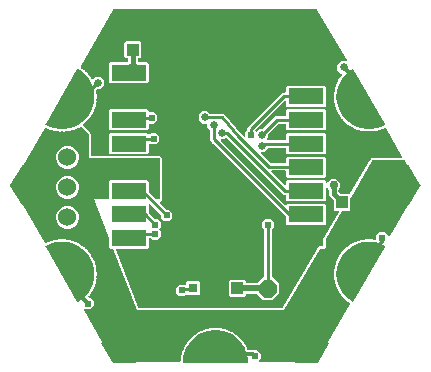
<source format=gbr>
G04 EAGLE Gerber RS-274X export*
G75*
%MOMM*%
%FSLAX34Y34*%
%LPD*%
%INTop Copper*%
%IPPOS*%
%AMOC8*
5,1,8,0,0,1.08239X$1,22.5*%
G01*
%ADD10R,0.800000X0.800000*%
%ADD11P,1.649562X8X112.500000*%
%ADD12R,1.000000X1.100000*%
%ADD13C,1.524000*%
%ADD14C,1.000000*%
%ADD15R,3.000000X1.400000*%
%ADD16R,1.050000X2.200000*%
%ADD17R,1.050000X1.050000*%
%ADD18C,0.750000*%
%ADD19C,0.604800*%
%ADD20C,0.406400*%
%ADD21C,0.254000*%
%ADD22C,0.508000*%
%ADD23C,0.304800*%
%ADD24C,0.654800*%
%ADD25C,1.016000*%

G36*
X56554Y47128D02*
X56554Y47128D01*
X56618Y47128D01*
X56675Y47148D01*
X56734Y47157D01*
X56790Y47187D01*
X56850Y47208D01*
X56898Y47244D01*
X56951Y47273D01*
X56995Y47319D01*
X57046Y47357D01*
X57098Y47427D01*
X57121Y47451D01*
X57128Y47467D01*
X57146Y47491D01*
X104754Y127970D01*
X104790Y128063D01*
X104832Y128153D01*
X104834Y128177D01*
X104843Y128200D01*
X104848Y128299D01*
X104859Y128397D01*
X104854Y128421D01*
X104855Y128445D01*
X104828Y128541D01*
X104807Y128638D01*
X104794Y128659D01*
X104787Y128682D01*
X104731Y128764D01*
X104680Y128849D01*
X104662Y128865D01*
X104648Y128885D01*
X104569Y128944D01*
X104493Y129009D01*
X104471Y129018D01*
X104452Y129032D01*
X104358Y129064D01*
X104265Y129101D01*
X104235Y129104D01*
X104218Y129110D01*
X104185Y129110D01*
X104099Y129119D01*
X101598Y129119D01*
X100482Y130236D01*
X100482Y137547D01*
X100467Y137637D01*
X100460Y137728D01*
X100447Y137757D01*
X100442Y137789D01*
X100399Y137870D01*
X100364Y137954D01*
X100338Y137986D01*
X100327Y138007D01*
X100304Y138029D01*
X100259Y138085D01*
X96075Y142269D01*
X96075Y146437D01*
X96060Y146527D01*
X96053Y146618D01*
X96040Y146647D01*
X96035Y146679D01*
X95992Y146760D01*
X95957Y146844D01*
X95931Y146876D01*
X95920Y146897D01*
X95897Y146919D01*
X95852Y146975D01*
X95218Y147609D01*
X94958Y148237D01*
X94906Y148320D01*
X94861Y148405D01*
X94842Y148423D01*
X94828Y148446D01*
X94753Y148508D01*
X94683Y148575D01*
X94659Y148586D01*
X94639Y148602D01*
X94548Y148637D01*
X94459Y148678D01*
X94433Y148681D01*
X94409Y148691D01*
X94312Y148695D01*
X94215Y148705D01*
X94190Y148700D01*
X94163Y148701D01*
X94070Y148674D01*
X93975Y148653D01*
X93952Y148640D01*
X93927Y148633D01*
X93847Y148577D01*
X93764Y148527D01*
X93747Y148507D01*
X93725Y148492D01*
X93667Y148414D01*
X93604Y148340D01*
X93594Y148316D01*
X93578Y148295D01*
X93548Y148202D01*
X93512Y148112D01*
X93508Y148080D01*
X93502Y148061D01*
X93502Y148028D01*
X93493Y147945D01*
X93493Y138423D01*
X92377Y137307D01*
X60798Y137307D01*
X59682Y138423D01*
X59682Y142276D01*
X59679Y142295D01*
X59681Y142313D01*
X59681Y142314D01*
X59681Y142315D01*
X59659Y142416D01*
X59642Y142518D01*
X59633Y142536D01*
X59628Y142555D01*
X59575Y142644D01*
X59527Y142736D01*
X59513Y142749D01*
X59502Y142766D01*
X59424Y142834D01*
X59349Y142905D01*
X59331Y142913D01*
X59315Y142926D01*
X59219Y142965D01*
X59126Y143009D01*
X59106Y143011D01*
X59087Y143018D01*
X58921Y143037D01*
X57775Y143037D01*
X9615Y191197D01*
X9598Y191209D01*
X9586Y191224D01*
X9499Y191281D01*
X9415Y191341D01*
X9396Y191347D01*
X9379Y191357D01*
X9279Y191383D01*
X9180Y191413D01*
X9160Y191413D01*
X9141Y191418D01*
X9038Y191409D01*
X8934Y191407D01*
X8915Y191400D01*
X8895Y191398D01*
X8800Y191358D01*
X8703Y191322D01*
X8687Y191310D01*
X8669Y191302D01*
X8538Y191197D01*
X7424Y190083D01*
X5159Y190083D01*
X5088Y190071D01*
X5016Y190069D01*
X4967Y190051D01*
X4916Y190043D01*
X4853Y190010D01*
X4785Y189985D01*
X4745Y189952D01*
X4699Y189928D01*
X4649Y189876D01*
X4593Y189831D01*
X4565Y189787D01*
X4529Y189750D01*
X4499Y189685D01*
X4460Y189624D01*
X4448Y189574D01*
X4426Y189527D01*
X4418Y189455D01*
X4400Y189386D01*
X4404Y189334D01*
X4398Y189282D01*
X4414Y189212D01*
X4419Y189141D01*
X4440Y189093D01*
X4451Y189042D01*
X4488Y188980D01*
X4516Y188914D01*
X4560Y188858D01*
X4577Y188831D01*
X4595Y188815D01*
X4620Y188783D01*
X59003Y134400D01*
X59020Y134389D01*
X59032Y134373D01*
X59119Y134317D01*
X59203Y134257D01*
X59222Y134251D01*
X59239Y134240D01*
X59340Y134215D01*
X59438Y134184D01*
X59458Y134185D01*
X59478Y134180D01*
X59581Y134188D01*
X59684Y134191D01*
X59703Y134198D01*
X59723Y134199D01*
X59818Y134239D01*
X59915Y134275D01*
X59931Y134288D01*
X59949Y134295D01*
X60080Y134400D01*
X60798Y135118D01*
X92377Y135118D01*
X93493Y134002D01*
X93493Y118423D01*
X92377Y117307D01*
X60798Y117307D01*
X59682Y118423D01*
X59682Y124424D01*
X59667Y124514D01*
X59660Y124605D01*
X59647Y124635D01*
X59642Y124667D01*
X59599Y124748D01*
X59564Y124832D01*
X59538Y124864D01*
X59527Y124884D01*
X59504Y124907D01*
X59459Y124963D01*
X-2680Y187101D01*
X-4763Y189185D01*
X-4763Y197148D01*
X-4778Y197238D01*
X-4785Y197329D01*
X-4798Y197358D01*
X-4803Y197390D01*
X-4846Y197471D01*
X-4881Y197555D01*
X-4907Y197587D01*
X-4918Y197608D01*
X-4941Y197630D01*
X-4986Y197686D01*
X-6767Y199467D01*
X-6767Y202442D01*
X-6768Y202450D01*
X-6768Y202452D01*
X-6770Y202462D01*
X-6768Y202482D01*
X-6790Y202583D01*
X-6807Y202685D01*
X-6816Y202703D01*
X-6821Y202722D01*
X-6874Y202811D01*
X-6922Y202903D01*
X-6936Y202916D01*
X-6947Y202933D01*
X-7025Y203001D01*
X-7100Y203072D01*
X-7118Y203080D01*
X-7134Y203093D01*
X-7230Y203132D01*
X-7323Y203176D01*
X-7343Y203178D01*
X-7362Y203185D01*
X-7528Y203204D01*
X-11250Y203204D01*
X-14284Y206238D01*
X-14284Y210529D01*
X-11250Y213563D01*
X-6959Y213563D01*
X-5178Y211782D01*
X-5104Y211729D01*
X-5034Y211670D01*
X-5004Y211657D01*
X-4978Y211639D01*
X-4891Y211612D01*
X-4806Y211578D01*
X-4765Y211573D01*
X-4743Y211566D01*
X-4711Y211567D01*
X-4639Y211559D01*
X6499Y211559D01*
X12233Y205825D01*
X12274Y205796D01*
X12309Y205758D01*
X12373Y205724D01*
X12432Y205682D01*
X12481Y205667D01*
X12526Y205643D01*
X12607Y205625D01*
X13310Y204754D01*
X13331Y204735D01*
X13364Y204694D01*
X14153Y203905D01*
X14153Y203886D01*
X14174Y203816D01*
X14186Y203744D01*
X14210Y203699D01*
X14225Y203650D01*
X14288Y203550D01*
X14301Y203527D01*
X14307Y203521D01*
X14315Y203509D01*
X21060Y195153D01*
X21082Y195133D01*
X21120Y195086D01*
X23939Y192331D01*
X23995Y192292D01*
X24043Y192246D01*
X24095Y192222D01*
X24141Y192190D01*
X24205Y192171D01*
X24267Y192142D01*
X24323Y192136D01*
X24377Y192120D01*
X24444Y192123D01*
X24511Y192115D01*
X24566Y192127D01*
X24622Y192129D01*
X24685Y192153D01*
X24751Y192168D01*
X24800Y192196D01*
X24853Y192216D01*
X24905Y192259D01*
X24962Y192294D01*
X24999Y192337D01*
X25043Y192372D01*
X25079Y192429D01*
X25122Y192481D01*
X25143Y192533D01*
X25173Y192581D01*
X25189Y192646D01*
X25214Y192709D01*
X25223Y192788D01*
X25231Y192820D01*
X25229Y192841D01*
X25233Y192876D01*
X25233Y195717D01*
X26764Y197248D01*
X26817Y197322D01*
X26876Y197391D01*
X26889Y197422D01*
X26907Y197448D01*
X26934Y197535D01*
X26968Y197620D01*
X26973Y197661D01*
X26980Y197683D01*
X26979Y197715D01*
X26987Y197786D01*
X26987Y199753D01*
X56622Y229388D01*
X58921Y229388D01*
X58940Y229391D01*
X58960Y229389D01*
X59061Y229411D01*
X59163Y229428D01*
X59181Y229437D01*
X59200Y229442D01*
X59289Y229495D01*
X59381Y229543D01*
X59394Y229557D01*
X59411Y229568D01*
X59479Y229646D01*
X59550Y229721D01*
X59558Y229739D01*
X59571Y229755D01*
X59610Y229851D01*
X59654Y229944D01*
X59656Y229964D01*
X59663Y229983D01*
X59682Y230149D01*
X59682Y234002D01*
X60798Y235118D01*
X92377Y235118D01*
X93493Y234002D01*
X93493Y218423D01*
X92377Y217307D01*
X60798Y217307D01*
X59682Y218423D01*
X59682Y221628D01*
X59670Y221699D01*
X59668Y221770D01*
X59650Y221819D01*
X59642Y221871D01*
X59609Y221934D01*
X59584Y222001D01*
X59551Y222042D01*
X59527Y222088D01*
X59475Y222137D01*
X59430Y222193D01*
X59386Y222221D01*
X59349Y222257D01*
X59284Y222287D01*
X59223Y222326D01*
X59173Y222339D01*
X59126Y222361D01*
X59054Y222369D01*
X58985Y222386D01*
X58933Y222382D01*
X58881Y222388D01*
X58811Y222373D01*
X58740Y222367D01*
X58692Y222347D01*
X58641Y222336D01*
X58579Y222299D01*
X58513Y222271D01*
X58457Y222226D01*
X58430Y222210D01*
X58414Y222192D01*
X58382Y222166D01*
X34051Y197835D01*
X34039Y197819D01*
X34024Y197806D01*
X33968Y197719D01*
X33907Y197635D01*
X33902Y197616D01*
X33891Y197599D01*
X33865Y197499D01*
X33835Y197400D01*
X33836Y197380D01*
X33831Y197361D01*
X33839Y197258D01*
X33841Y197154D01*
X33848Y197135D01*
X33850Y197116D01*
X33890Y197021D01*
X33926Y196923D01*
X33938Y196907D01*
X33946Y196889D01*
X34051Y196758D01*
X34210Y196599D01*
X34226Y196588D01*
X34239Y196572D01*
X34326Y196516D01*
X34410Y196456D01*
X34429Y196450D01*
X34445Y196439D01*
X34546Y196414D01*
X34645Y196383D01*
X34665Y196384D01*
X34684Y196379D01*
X34787Y196387D01*
X34891Y196390D01*
X34909Y196397D01*
X34929Y196398D01*
X35024Y196438D01*
X35122Y196474D01*
X35137Y196487D01*
X35156Y196494D01*
X35286Y196599D01*
X37542Y198855D01*
X40061Y198855D01*
X40151Y198869D01*
X40242Y198877D01*
X40272Y198889D01*
X40303Y198894D01*
X40384Y198937D01*
X40468Y198973D01*
X40500Y198999D01*
X40521Y199010D01*
X40543Y199033D01*
X40599Y199078D01*
X50910Y209388D01*
X58921Y209388D01*
X58940Y209391D01*
X58960Y209389D01*
X59061Y209411D01*
X59163Y209428D01*
X59181Y209437D01*
X59200Y209442D01*
X59289Y209495D01*
X59381Y209543D01*
X59394Y209557D01*
X59411Y209568D01*
X59479Y209646D01*
X59550Y209721D01*
X59558Y209739D01*
X59571Y209755D01*
X59610Y209851D01*
X59654Y209944D01*
X59656Y209964D01*
X59663Y209983D01*
X59682Y210149D01*
X59682Y214002D01*
X60798Y215118D01*
X92377Y215118D01*
X93493Y214002D01*
X93493Y198423D01*
X92377Y197307D01*
X60798Y197307D01*
X59682Y198423D01*
X59682Y202276D01*
X59679Y202295D01*
X59681Y202315D01*
X59659Y202416D01*
X59642Y202518D01*
X59633Y202536D01*
X59628Y202555D01*
X59575Y202644D01*
X59527Y202736D01*
X59513Y202749D01*
X59502Y202766D01*
X59424Y202834D01*
X59349Y202905D01*
X59331Y202913D01*
X59315Y202926D01*
X59219Y202965D01*
X59126Y203009D01*
X59106Y203011D01*
X59087Y203018D01*
X58921Y203037D01*
X53856Y203037D01*
X53766Y203022D01*
X53675Y203015D01*
X53645Y203002D01*
X53613Y202997D01*
X53532Y202954D01*
X53448Y202919D01*
X53416Y202893D01*
X53396Y202882D01*
X53373Y202859D01*
X53317Y202814D01*
X45090Y194587D01*
X45037Y194513D01*
X44978Y194443D01*
X44965Y194413D01*
X44947Y194387D01*
X44920Y194300D01*
X44911Y194277D01*
X44895Y194244D01*
X44895Y194237D01*
X44886Y194215D01*
X44881Y194174D01*
X44874Y194152D01*
X44875Y194120D01*
X44867Y194048D01*
X44867Y191529D01*
X43551Y190213D01*
X43509Y190155D01*
X43459Y190103D01*
X43437Y190055D01*
X43407Y190013D01*
X43386Y189945D01*
X43356Y189879D01*
X43350Y189828D01*
X43335Y189778D01*
X43336Y189706D01*
X43329Y189635D01*
X43340Y189584D01*
X43341Y189532D01*
X43366Y189465D01*
X43381Y189395D01*
X43408Y189350D01*
X43425Y189301D01*
X43470Y189245D01*
X43507Y189184D01*
X43547Y189150D01*
X43579Y189109D01*
X43639Y189070D01*
X43694Y189024D01*
X43742Y189004D01*
X43786Y188976D01*
X43856Y188959D01*
X43922Y188932D01*
X43993Y188924D01*
X44025Y188916D01*
X44048Y188918D01*
X44089Y188913D01*
X58921Y188913D01*
X58940Y188916D01*
X58960Y188914D01*
X59061Y188936D01*
X59163Y188953D01*
X59181Y188962D01*
X59200Y188967D01*
X59289Y189020D01*
X59381Y189068D01*
X59394Y189082D01*
X59411Y189093D01*
X59479Y189171D01*
X59550Y189246D01*
X59558Y189264D01*
X59571Y189280D01*
X59610Y189376D01*
X59654Y189469D01*
X59656Y189489D01*
X59663Y189508D01*
X59682Y189674D01*
X59682Y194002D01*
X60798Y195118D01*
X92377Y195118D01*
X93493Y194002D01*
X93493Y178423D01*
X92377Y177307D01*
X60798Y177307D01*
X59682Y178423D01*
X59682Y181801D01*
X59679Y181820D01*
X59681Y181840D01*
X59659Y181941D01*
X59642Y182043D01*
X59633Y182061D01*
X59628Y182080D01*
X59575Y182169D01*
X59527Y182261D01*
X59513Y182274D01*
X59502Y182291D01*
X59424Y182359D01*
X59349Y182430D01*
X59331Y182438D01*
X59315Y182451D01*
X59219Y182490D01*
X59126Y182534D01*
X59106Y182536D01*
X59087Y182543D01*
X58921Y182562D01*
X45628Y182562D01*
X45609Y182559D01*
X45589Y182561D01*
X45488Y182539D01*
X45386Y182522D01*
X45368Y182513D01*
X45349Y182508D01*
X45260Y182455D01*
X45168Y182407D01*
X45155Y182393D01*
X45138Y182382D01*
X45070Y182304D01*
X44999Y182229D01*
X44991Y182211D01*
X44978Y182195D01*
X44939Y182099D01*
X44919Y182056D01*
X41833Y178970D01*
X39477Y178970D01*
X39402Y178958D01*
X39326Y178955D01*
X39282Y178938D01*
X39235Y178931D01*
X39167Y178895D01*
X39096Y178868D01*
X39059Y178838D01*
X39017Y178815D01*
X38965Y178760D01*
X38906Y178712D01*
X38881Y178672D01*
X38848Y178637D01*
X38816Y178568D01*
X38775Y178504D01*
X38764Y178457D01*
X38744Y178414D01*
X38736Y178339D01*
X38718Y178265D01*
X38722Y178217D01*
X38717Y178170D01*
X38733Y178095D01*
X38740Y178020D01*
X38759Y177976D01*
X38769Y177929D01*
X38808Y177864D01*
X38839Y177794D01*
X38880Y177745D01*
X38895Y177718D01*
X38915Y177701D01*
X38945Y177665D01*
X46705Y170080D01*
X46776Y170030D01*
X46842Y169974D01*
X46877Y169960D01*
X46907Y169939D01*
X46990Y169914D01*
X47071Y169882D01*
X47118Y169876D01*
X47142Y169869D01*
X47173Y169870D01*
X47237Y169863D01*
X58921Y169863D01*
X58940Y169866D01*
X58960Y169864D01*
X59061Y169886D01*
X59163Y169903D01*
X59181Y169912D01*
X59200Y169917D01*
X59289Y169970D01*
X59381Y170018D01*
X59394Y170032D01*
X59411Y170043D01*
X59479Y170121D01*
X59550Y170196D01*
X59558Y170214D01*
X59571Y170230D01*
X59610Y170326D01*
X59654Y170419D01*
X59656Y170439D01*
X59663Y170458D01*
X59682Y170624D01*
X59682Y174002D01*
X60798Y175118D01*
X92377Y175118D01*
X93493Y174002D01*
X93493Y158423D01*
X92377Y157307D01*
X60798Y157307D01*
X59682Y158423D01*
X59682Y162751D01*
X59679Y162770D01*
X59681Y162790D01*
X59659Y162891D01*
X59642Y162993D01*
X59633Y163011D01*
X59628Y163030D01*
X59575Y163119D01*
X59527Y163211D01*
X59513Y163224D01*
X59502Y163241D01*
X59424Y163309D01*
X59349Y163380D01*
X59331Y163388D01*
X59315Y163401D01*
X59219Y163440D01*
X59126Y163484D01*
X59106Y163486D01*
X59087Y163493D01*
X58921Y163512D01*
X48120Y163512D01*
X48049Y163500D01*
X47978Y163498D01*
X47929Y163480D01*
X47877Y163472D01*
X47814Y163439D01*
X47747Y163414D01*
X47706Y163381D01*
X47660Y163357D01*
X47611Y163305D01*
X47555Y163260D01*
X47527Y163216D01*
X47491Y163179D01*
X47461Y163114D01*
X47422Y163053D01*
X47409Y163003D01*
X47387Y162956D01*
X47379Y162884D01*
X47362Y162815D01*
X47366Y162763D01*
X47360Y162711D01*
X47375Y162641D01*
X47381Y162570D01*
X47401Y162522D01*
X47412Y162471D01*
X47449Y162409D01*
X47477Y162343D01*
X47522Y162287D01*
X47538Y162260D01*
X47556Y162244D01*
X47582Y162212D01*
X58382Y151412D01*
X58440Y151370D01*
X58492Y151321D01*
X58540Y151299D01*
X58582Y151268D01*
X58650Y151247D01*
X58716Y151217D01*
X58767Y151211D01*
X58817Y151196D01*
X58889Y151198D01*
X58960Y151190D01*
X59011Y151201D01*
X59063Y151202D01*
X59130Y151227D01*
X59200Y151242D01*
X59245Y151269D01*
X59294Y151287D01*
X59350Y151332D01*
X59411Y151368D01*
X59445Y151408D01*
X59486Y151441D01*
X59525Y151501D01*
X59571Y151555D01*
X59591Y151604D01*
X59619Y151647D01*
X59636Y151717D01*
X59663Y151783D01*
X59671Y151855D01*
X59679Y151886D01*
X59677Y151909D01*
X59682Y151950D01*
X59682Y154002D01*
X60798Y155118D01*
X92377Y155118D01*
X93493Y154002D01*
X93493Y153680D01*
X93496Y153665D01*
X93494Y153653D01*
X93508Y153592D01*
X93509Y153584D01*
X93518Y153487D01*
X93529Y153463D01*
X93533Y153437D01*
X93578Y153351D01*
X93618Y153262D01*
X93636Y153243D01*
X93648Y153220D01*
X93719Y153153D01*
X93785Y153081D01*
X93807Y153068D01*
X93826Y153050D01*
X93915Y153009D01*
X94000Y152962D01*
X94026Y152958D01*
X94049Y152947D01*
X94146Y152936D01*
X94242Y152919D01*
X94268Y152922D01*
X94294Y152920D01*
X94389Y152940D01*
X94485Y152954D01*
X94509Y152966D01*
X94534Y152972D01*
X94618Y153022D01*
X94705Y153066D01*
X94723Y153085D01*
X94745Y153098D01*
X94809Y153172D01*
X94877Y153241D01*
X94893Y153270D01*
X94905Y153285D01*
X94918Y153316D01*
X94958Y153388D01*
X95218Y154016D01*
X96809Y155607D01*
X98888Y156468D01*
X101137Y156468D01*
X103216Y155607D01*
X104807Y154016D01*
X105668Y151937D01*
X105668Y149688D01*
X104807Y147609D01*
X104173Y146975D01*
X104120Y146901D01*
X104061Y146831D01*
X104048Y146801D01*
X104030Y146775D01*
X104003Y146688D01*
X103969Y146603D01*
X103964Y146562D01*
X103957Y146540D01*
X103958Y146508D01*
X103950Y146437D01*
X103950Y145846D01*
X103965Y145756D01*
X103972Y145665D01*
X103985Y145636D01*
X103990Y145604D01*
X104033Y145523D01*
X104068Y145439D01*
X104094Y145407D01*
X104105Y145386D01*
X104128Y145364D01*
X104173Y145308D01*
X105328Y144154D01*
X105402Y144101D01*
X105471Y144041D01*
X105501Y144029D01*
X105527Y144010D01*
X105614Y143983D01*
X105699Y143949D01*
X105740Y143945D01*
X105762Y143938D01*
X105795Y143939D01*
X105866Y143931D01*
X113198Y143931D01*
X113216Y143918D01*
X113308Y143849D01*
X113316Y143846D01*
X113322Y143841D01*
X113432Y143808D01*
X113541Y143771D01*
X113550Y143771D01*
X113557Y143769D01*
X113673Y143772D01*
X113787Y143772D01*
X113795Y143775D01*
X113803Y143775D01*
X113911Y143815D01*
X114020Y143852D01*
X114027Y143857D01*
X114034Y143860D01*
X114124Y143932D01*
X114215Y144001D01*
X114221Y144009D01*
X114226Y144013D01*
X114238Y144032D01*
X114316Y144136D01*
X130800Y172001D01*
X130843Y172111D01*
X130887Y172222D01*
X130888Y172227D01*
X130889Y172230D01*
X130890Y172244D01*
X130906Y172388D01*
X130906Y172555D01*
X131381Y173030D01*
X131388Y173040D01*
X131397Y173047D01*
X131498Y173181D01*
X131840Y173759D01*
X132002Y173801D01*
X132111Y173849D01*
X132220Y173895D01*
X132224Y173898D01*
X132227Y173900D01*
X132237Y173909D01*
X132351Y174000D01*
X132469Y174118D01*
X133141Y174118D01*
X133152Y174120D01*
X133164Y174118D01*
X133330Y174142D01*
X133981Y174309D01*
X134124Y174224D01*
X134234Y174181D01*
X134345Y174136D01*
X134350Y174136D01*
X134353Y174134D01*
X134368Y174134D01*
X134512Y174118D01*
X157555Y174118D01*
X157649Y174133D01*
X157744Y174142D01*
X157770Y174153D01*
X157798Y174157D01*
X157882Y174202D01*
X157969Y174240D01*
X157990Y174259D01*
X158015Y174273D01*
X158081Y174341D01*
X158151Y174406D01*
X158165Y174430D01*
X158185Y174451D01*
X158225Y174537D01*
X158271Y174621D01*
X158276Y174648D01*
X158288Y174674D01*
X158299Y174769D01*
X158316Y174862D01*
X158312Y174890D01*
X158315Y174918D01*
X158295Y175012D01*
X158282Y175106D01*
X158268Y175138D01*
X158263Y175159D01*
X158246Y175187D01*
X158214Y175260D01*
X144285Y199387D01*
X144212Y199476D01*
X144142Y199566D01*
X144135Y199571D01*
X144129Y199577D01*
X144032Y199638D01*
X143937Y199701D01*
X143928Y199703D01*
X143921Y199708D01*
X143809Y199735D01*
X143699Y199764D01*
X143690Y199764D01*
X143682Y199766D01*
X143568Y199756D01*
X143454Y199748D01*
X143444Y199745D01*
X143437Y199744D01*
X143415Y199735D01*
X143295Y199692D01*
X141744Y198946D01*
X141715Y198926D01*
X141683Y198913D01*
X141615Y198856D01*
X141542Y198805D01*
X141522Y198777D01*
X141495Y198754D01*
X141430Y198658D01*
X140697Y198433D01*
X140667Y198418D01*
X140591Y198391D01*
X139901Y198059D01*
X139884Y198067D01*
X139795Y198074D01*
X139708Y198090D01*
X139673Y198084D01*
X139639Y198087D01*
X139474Y198056D01*
X137607Y197481D01*
X137576Y197465D01*
X137542Y197457D01*
X137467Y197411D01*
X137387Y197371D01*
X137362Y197347D01*
X137333Y197329D01*
X137254Y197243D01*
X136495Y197129D01*
X136464Y197119D01*
X136384Y197104D01*
X135653Y196879D01*
X135637Y196888D01*
X135551Y196909D01*
X135466Y196937D01*
X135432Y196937D01*
X135398Y196945D01*
X135230Y196939D01*
X133298Y196648D01*
X133266Y196638D01*
X133231Y196635D01*
X133149Y196600D01*
X133064Y196573D01*
X133037Y196552D01*
X133005Y196539D01*
X132914Y196466D01*
X132147Y196467D01*
X132114Y196461D01*
X132033Y196458D01*
X131276Y196344D01*
X131262Y196356D01*
X131179Y196390D01*
X131100Y196430D01*
X131066Y196435D01*
X131034Y196448D01*
X130867Y196467D01*
X128914Y196468D01*
X128880Y196462D01*
X128845Y196465D01*
X128759Y196442D01*
X128671Y196428D01*
X128641Y196412D01*
X128607Y196403D01*
X128506Y196345D01*
X127748Y196460D01*
X127715Y196459D01*
X127634Y196468D01*
X126869Y196468D01*
X126857Y196482D01*
X126780Y196528D01*
X126708Y196580D01*
X126675Y196590D01*
X126645Y196607D01*
X126483Y196651D01*
X124551Y196942D01*
X124517Y196942D01*
X124483Y196950D01*
X124394Y196940D01*
X124305Y196939D01*
X124272Y196928D01*
X124238Y196924D01*
X124130Y196882D01*
X123397Y197108D01*
X123364Y197113D01*
X123286Y197133D01*
X122529Y197248D01*
X122519Y197264D01*
X122450Y197320D01*
X122387Y197382D01*
X122355Y197397D01*
X122328Y197419D01*
X122175Y197486D01*
X120308Y198062D01*
X120274Y198067D01*
X120241Y198079D01*
X120152Y198084D01*
X120064Y198096D01*
X120030Y198089D01*
X119996Y198091D01*
X119883Y198065D01*
X119192Y198398D01*
X119160Y198407D01*
X119086Y198439D01*
X118354Y198665D01*
X118347Y198683D01*
X118287Y198748D01*
X118233Y198819D01*
X118204Y198839D01*
X118181Y198864D01*
X118039Y198953D01*
X116279Y199802D01*
X116246Y199811D01*
X116216Y199829D01*
X116129Y199846D01*
X116043Y199871D01*
X116009Y199870D01*
X115975Y199877D01*
X115859Y199868D01*
X115225Y200300D01*
X115195Y200314D01*
X115127Y200357D01*
X114437Y200689D01*
X114432Y200707D01*
X114383Y200782D01*
X114340Y200860D01*
X114315Y200883D01*
X114296Y200912D01*
X114168Y201021D01*
X112555Y202122D01*
X112523Y202137D01*
X112496Y202158D01*
X112412Y202188D01*
X112332Y202226D01*
X112297Y202230D01*
X112265Y202242D01*
X112149Y202250D01*
X111587Y202772D01*
X111559Y202791D01*
X111498Y202843D01*
X110865Y203275D01*
X110863Y203293D01*
X110826Y203374D01*
X110795Y203457D01*
X110773Y203484D01*
X110759Y203516D01*
X110649Y203643D01*
X109218Y204972D01*
X109189Y204991D01*
X109165Y205016D01*
X109087Y205059D01*
X109013Y205108D01*
X108979Y205117D01*
X108949Y205133D01*
X108835Y205159D01*
X108357Y205759D01*
X108333Y205781D01*
X108280Y205842D01*
X107719Y206363D01*
X107720Y206382D01*
X107694Y206467D01*
X107677Y206554D01*
X107659Y206584D01*
X107649Y206618D01*
X107560Y206760D01*
X106342Y208287D01*
X106317Y208310D01*
X106297Y208339D01*
X106226Y208393D01*
X106160Y208452D01*
X106128Y208466D01*
X106101Y208487D01*
X105992Y208529D01*
X105609Y209194D01*
X105588Y209219D01*
X105545Y209288D01*
X105068Y209886D01*
X105071Y209905D01*
X105059Y209993D01*
X105055Y210082D01*
X105042Y210114D01*
X105037Y210148D01*
X104970Y210302D01*
X103994Y211994D01*
X103972Y212021D01*
X103956Y212052D01*
X103894Y212116D01*
X103838Y212184D01*
X103808Y212203D01*
X103784Y212228D01*
X103684Y212286D01*
X103404Y213000D01*
X103387Y213028D01*
X103354Y213102D01*
X102972Y213765D01*
X102978Y213783D01*
X102979Y213872D01*
X102988Y213961D01*
X102980Y213994D01*
X102980Y214029D01*
X102936Y214191D01*
X102223Y216010D01*
X102206Y216039D01*
X102195Y216072D01*
X102143Y216145D01*
X102098Y216221D01*
X102071Y216244D01*
X102051Y216272D01*
X101960Y216344D01*
X101790Y217092D01*
X101777Y217123D01*
X101756Y217201D01*
X101477Y217913D01*
X101486Y217930D01*
X101500Y218018D01*
X101522Y218104D01*
X101519Y218139D01*
X101525Y218173D01*
X101506Y218339D01*
X101071Y220244D01*
X101058Y220276D01*
X101053Y220310D01*
X101012Y220389D01*
X100979Y220472D01*
X100956Y220498D01*
X100940Y220529D01*
X100861Y220614D01*
X100804Y221379D01*
X100796Y221411D01*
X100787Y221492D01*
X100617Y222238D01*
X100628Y222253D01*
X100655Y222338D01*
X100690Y222420D01*
X100692Y222454D01*
X100703Y222487D01*
X100709Y222655D01*
X100563Y224603D01*
X100555Y224637D01*
X100555Y224671D01*
X100527Y224756D01*
X100506Y224842D01*
X100487Y224871D01*
X100476Y224904D01*
X100411Y225000D01*
X100468Y225765D01*
X100465Y225798D01*
X100468Y225879D01*
X100411Y226642D01*
X100425Y226655D01*
X100464Y226735D01*
X100510Y226811D01*
X100518Y226845D01*
X100533Y226876D01*
X100564Y227041D01*
X100711Y228989D01*
X100708Y229023D01*
X100713Y229058D01*
X100697Y229145D01*
X100689Y229234D01*
X100676Y229266D01*
X100669Y229300D01*
X100654Y229331D01*
X100653Y229336D01*
X100646Y229348D01*
X100619Y229404D01*
X100790Y230152D01*
X100792Y230185D01*
X100807Y230265D01*
X100864Y231028D01*
X100879Y231039D01*
X100930Y231112D01*
X100987Y231180D01*
X101000Y231213D01*
X101020Y231241D01*
X101075Y231399D01*
X101510Y233304D01*
X101512Y233338D01*
X101523Y233372D01*
X101520Y233461D01*
X101526Y233549D01*
X101517Y233583D01*
X101516Y233617D01*
X101481Y233728D01*
X101762Y234442D01*
X101769Y234474D01*
X101795Y234551D01*
X101966Y235296D01*
X101975Y235301D01*
X101977Y235303D01*
X101982Y235306D01*
X102044Y235371D01*
X102110Y235430D01*
X102128Y235460D01*
X102151Y235485D01*
X102230Y235633D01*
X102944Y237451D01*
X102951Y237485D01*
X102966Y237516D01*
X102977Y237605D01*
X102996Y237692D01*
X102992Y237726D01*
X102996Y237761D01*
X102979Y237875D01*
X103362Y238540D01*
X103374Y238570D01*
X103412Y238642D01*
X103692Y239355D01*
X103709Y239361D01*
X103779Y239416D01*
X103854Y239464D01*
X103876Y239491D01*
X103903Y239512D01*
X104002Y239648D01*
X104980Y241339D01*
X104992Y241371D01*
X105011Y241400D01*
X105035Y241486D01*
X105067Y241569D01*
X105068Y241604D01*
X105077Y241637D01*
X105077Y241753D01*
X105556Y242353D01*
X105572Y242382D01*
X105620Y242447D01*
X106003Y243110D01*
X106021Y243113D01*
X106099Y243157D01*
X106180Y243193D01*
X106205Y243217D01*
X106235Y243234D01*
X106354Y243353D01*
X107113Y244305D01*
X107127Y244330D01*
X107148Y244351D01*
X107187Y244437D01*
X107233Y244519D01*
X107239Y244548D01*
X107251Y244574D01*
X107262Y244668D01*
X107279Y244761D01*
X107275Y244790D01*
X107278Y244819D01*
X107258Y244911D01*
X107245Y245004D01*
X107232Y245031D01*
X107226Y245059D01*
X107178Y245140D01*
X107136Y245225D01*
X107115Y245245D01*
X107100Y245270D01*
X107028Y245332D01*
X106961Y245398D01*
X106935Y245411D01*
X106913Y245430D01*
X106825Y245466D01*
X106741Y245507D01*
X106712Y245511D01*
X106685Y245522D01*
X106518Y245541D01*
X106382Y245541D01*
X103347Y248575D01*
X103347Y252866D01*
X106382Y255900D01*
X110339Y255900D01*
X110433Y255916D01*
X110528Y255924D01*
X110554Y255935D01*
X110582Y255940D01*
X110666Y255984D01*
X110754Y256023D01*
X110775Y256042D01*
X110800Y256055D01*
X110865Y256124D01*
X110936Y256188D01*
X110950Y256213D01*
X110969Y256233D01*
X111009Y256320D01*
X111055Y256403D01*
X111061Y256431D01*
X111073Y256456D01*
X111083Y256551D01*
X111100Y256645D01*
X111097Y256673D01*
X111100Y256701D01*
X111079Y256794D01*
X111066Y256888D01*
X111052Y256921D01*
X111047Y256941D01*
X111031Y256969D01*
X110999Y257042D01*
X86384Y299677D01*
X86341Y299730D01*
X86307Y299787D01*
X86264Y299824D01*
X86228Y299867D01*
X86171Y299903D01*
X86120Y299947D01*
X86067Y299968D01*
X86020Y299998D01*
X85954Y300014D01*
X85891Y300039D01*
X85813Y300048D01*
X85781Y300056D01*
X85760Y300054D01*
X85725Y300058D01*
X-85725Y300058D01*
X-85791Y300047D01*
X-85859Y300046D01*
X-85912Y300027D01*
X-85967Y300018D01*
X-86027Y299986D01*
X-86091Y299964D01*
X-86135Y299929D01*
X-86185Y299903D01*
X-86231Y299854D01*
X-86285Y299812D01*
X-86332Y299748D01*
X-86354Y299725D01*
X-86363Y299706D01*
X-86384Y299677D01*
X-114208Y251483D01*
X-114249Y251375D01*
X-114261Y251345D01*
X-114264Y251338D01*
X-114265Y251336D01*
X-114292Y251270D01*
X-114292Y251261D01*
X-114295Y251253D01*
X-114299Y251139D01*
X-114306Y251024D01*
X-114304Y251016D01*
X-114304Y251007D01*
X-114272Y250897D01*
X-114242Y250787D01*
X-114237Y250779D01*
X-114234Y250771D01*
X-114168Y250677D01*
X-114105Y250582D01*
X-114097Y250575D01*
X-114093Y250570D01*
X-114074Y250556D01*
X-113978Y250473D01*
X-112570Y249514D01*
X-112538Y249499D01*
X-112511Y249478D01*
X-112427Y249448D01*
X-112347Y249410D01*
X-112312Y249406D01*
X-112280Y249395D01*
X-112164Y249386D01*
X-111601Y248864D01*
X-111574Y248846D01*
X-111512Y248794D01*
X-110880Y248363D01*
X-110878Y248344D01*
X-110840Y248264D01*
X-110809Y248180D01*
X-110788Y248153D01*
X-110773Y248121D01*
X-110663Y247995D01*
X-109231Y246666D01*
X-109202Y246647D01*
X-109178Y246622D01*
X-109100Y246580D01*
X-109026Y246530D01*
X-108992Y246521D01*
X-108962Y246505D01*
X-108849Y246479D01*
X-108370Y245880D01*
X-108346Y245858D01*
X-108293Y245796D01*
X-107731Y245276D01*
X-107732Y245257D01*
X-107707Y245172D01*
X-107689Y245085D01*
X-107672Y245055D01*
X-107662Y245022D01*
X-107572Y244880D01*
X-106354Y243353D01*
X-106328Y243330D01*
X-106308Y243301D01*
X-106237Y243248D01*
X-106171Y243188D01*
X-106139Y243174D01*
X-106112Y243153D01*
X-106004Y243111D01*
X-105620Y242447D01*
X-105599Y242421D01*
X-105556Y242353D01*
X-105078Y241755D01*
X-105082Y241736D01*
X-105069Y241648D01*
X-105065Y241559D01*
X-105052Y241527D01*
X-105047Y241493D01*
X-104980Y241339D01*
X-104777Y240988D01*
X-104702Y240896D01*
X-104627Y240803D01*
X-104624Y240801D01*
X-104621Y240798D01*
X-104521Y240735D01*
X-104421Y240670D01*
X-104416Y240669D01*
X-104413Y240667D01*
X-104297Y240639D01*
X-104182Y240610D01*
X-104178Y240611D01*
X-104174Y240610D01*
X-104054Y240620D01*
X-103937Y240629D01*
X-103933Y240631D01*
X-103929Y240631D01*
X-103819Y240680D01*
X-103710Y240726D01*
X-103707Y240729D01*
X-103703Y240730D01*
X-103693Y240740D01*
X-103579Y240831D01*
X-101631Y242779D01*
X-97340Y242779D01*
X-94306Y239745D01*
X-94306Y235454D01*
X-97340Y232420D01*
X-99499Y232420D01*
X-99589Y232405D01*
X-99680Y232398D01*
X-99710Y232385D01*
X-99742Y232380D01*
X-99823Y232337D01*
X-99907Y232302D01*
X-99939Y232276D01*
X-99959Y232265D01*
X-99982Y232242D01*
X-100038Y232197D01*
X-100641Y231593D01*
X-100710Y231497D01*
X-100782Y231400D01*
X-100783Y231396D01*
X-100785Y231393D01*
X-100820Y231280D01*
X-100856Y231165D01*
X-100856Y231161D01*
X-100857Y231158D01*
X-100857Y231146D01*
X-100862Y230998D01*
X-100807Y230265D01*
X-100799Y230233D01*
X-100790Y230152D01*
X-100619Y229406D01*
X-100630Y229391D01*
X-100657Y229307D01*
X-100678Y229261D01*
X-100679Y229255D01*
X-100692Y229224D01*
X-100694Y229189D01*
X-100705Y229156D01*
X-100711Y228989D01*
X-100564Y227041D01*
X-100556Y227007D01*
X-100556Y226973D01*
X-100527Y226888D01*
X-100506Y226802D01*
X-100488Y226772D01*
X-100477Y226740D01*
X-100411Y226644D01*
X-100468Y225879D01*
X-100465Y225846D01*
X-100468Y225765D01*
X-100411Y225002D01*
X-100424Y224988D01*
X-100463Y224909D01*
X-100510Y224833D01*
X-100517Y224799D01*
X-100533Y224768D01*
X-100563Y224603D01*
X-100709Y222655D01*
X-100706Y222620D01*
X-100711Y222586D01*
X-100695Y222498D01*
X-100687Y222410D01*
X-100673Y222378D01*
X-100667Y222344D01*
X-100617Y222240D01*
X-100787Y221492D01*
X-100789Y221459D01*
X-100804Y221379D01*
X-100861Y220616D01*
X-100876Y220604D01*
X-100927Y220531D01*
X-100984Y220463D01*
X-100997Y220431D01*
X-101016Y220402D01*
X-101071Y220244D01*
X-101506Y218339D01*
X-101508Y218305D01*
X-101518Y218272D01*
X-101515Y218183D01*
X-101521Y218094D01*
X-101512Y218061D01*
X-101511Y218026D01*
X-101476Y217915D01*
X-101756Y217201D01*
X-101763Y217168D01*
X-101790Y217092D01*
X-101960Y216346D01*
X-101976Y216337D01*
X-102038Y216272D01*
X-102104Y216213D01*
X-102121Y216183D01*
X-102145Y216158D01*
X-102223Y216010D01*
X-102936Y214191D01*
X-102944Y214157D01*
X-102959Y214126D01*
X-102969Y214038D01*
X-102988Y213950D01*
X-102984Y213916D01*
X-102988Y213882D01*
X-102971Y213767D01*
X-103354Y213102D01*
X-103366Y213071D01*
X-103403Y213000D01*
X-103683Y212287D01*
X-103701Y212281D01*
X-103771Y212226D01*
X-103845Y212178D01*
X-103867Y212151D01*
X-103894Y212129D01*
X-103994Y211994D01*
X-104970Y210302D01*
X-104982Y210270D01*
X-105001Y210241D01*
X-105025Y210155D01*
X-105057Y210072D01*
X-105058Y210037D01*
X-105067Y210004D01*
X-105067Y209888D01*
X-105545Y209288D01*
X-105561Y209259D01*
X-105609Y209194D01*
X-105992Y208531D01*
X-106010Y208527D01*
X-106087Y208483D01*
X-106168Y208447D01*
X-106194Y208423D01*
X-106224Y208406D01*
X-106342Y208287D01*
X-107560Y206760D01*
X-107577Y206729D01*
X-107600Y206704D01*
X-107637Y206623D01*
X-107680Y206545D01*
X-107686Y206511D01*
X-107701Y206479D01*
X-107718Y206364D01*
X-108280Y205842D01*
X-108300Y205816D01*
X-108357Y205759D01*
X-108834Y205160D01*
X-108853Y205160D01*
X-108936Y205128D01*
X-109022Y205104D01*
X-109050Y205084D01*
X-109083Y205072D01*
X-109218Y204972D01*
X-110649Y203643D01*
X-110670Y203615D01*
X-110697Y203594D01*
X-110745Y203519D01*
X-110800Y203448D01*
X-110811Y203416D01*
X-110830Y203387D01*
X-110864Y203276D01*
X-111498Y202843D01*
X-111522Y202821D01*
X-111587Y202772D01*
X-111938Y202446D01*
X-111960Y202418D01*
X-111988Y202395D01*
X-112035Y202321D01*
X-112089Y202252D01*
X-112100Y202218D01*
X-112120Y202188D01*
X-112141Y202103D01*
X-112170Y202020D01*
X-112170Y201984D01*
X-112179Y201949D01*
X-112171Y201861D01*
X-112172Y201774D01*
X-112161Y201740D01*
X-112158Y201704D01*
X-112124Y201623D01*
X-112097Y201540D01*
X-112075Y201511D01*
X-112061Y201478D01*
X-111955Y201348D01*
X-111585Y200981D01*
X-111584Y200980D01*
X-111583Y200979D01*
X-110615Y200030D01*
X-110577Y199983D01*
X-107075Y196516D01*
X-107041Y196491D01*
X-106071Y195522D01*
X-106070Y195521D01*
X-106069Y195519D01*
X-105282Y194741D01*
X-105282Y193636D01*
X-105282Y193634D01*
X-105282Y193632D01*
X-105276Y192278D01*
X-105282Y192217D01*
X-105282Y176466D01*
X-105279Y176447D01*
X-105281Y176427D01*
X-105259Y176326D01*
X-105243Y176224D01*
X-105233Y176206D01*
X-105229Y176187D01*
X-105176Y176098D01*
X-105127Y176006D01*
X-105113Y175993D01*
X-105103Y175976D01*
X-105024Y175908D01*
X-104949Y175837D01*
X-104931Y175829D01*
X-104916Y175816D01*
X-104820Y175777D01*
X-104726Y175733D01*
X-104706Y175731D01*
X-104688Y175724D01*
X-104521Y175705D01*
X-46520Y175705D01*
X-44957Y174143D01*
X-44957Y138595D01*
X-46520Y137032D01*
X-46566Y137032D01*
X-46637Y137021D01*
X-46708Y137019D01*
X-46757Y137001D01*
X-46809Y136993D01*
X-46872Y136959D01*
X-46939Y136934D01*
X-46980Y136902D01*
X-47026Y136877D01*
X-47075Y136825D01*
X-47131Y136781D01*
X-47159Y136737D01*
X-47195Y136699D01*
X-47225Y136634D01*
X-47264Y136574D01*
X-47277Y136523D01*
X-47299Y136476D01*
X-47307Y136405D01*
X-47324Y136335D01*
X-47320Y136283D01*
X-47326Y136232D01*
X-47311Y136161D01*
X-47305Y136090D01*
X-47285Y136042D01*
X-47274Y135991D01*
X-47237Y135930D01*
X-47209Y135864D01*
X-47164Y135808D01*
X-47148Y135780D01*
X-47130Y135765D01*
X-47104Y135733D01*
X-41937Y130565D01*
X-41863Y130512D01*
X-41793Y130453D01*
X-41763Y130440D01*
X-41737Y130422D01*
X-41650Y130395D01*
X-41565Y130361D01*
X-41524Y130356D01*
X-41502Y130349D01*
X-41470Y130350D01*
X-41398Y130342D01*
X-39233Y130342D01*
X-36345Y127454D01*
X-36345Y123371D01*
X-39233Y120483D01*
X-43317Y120483D01*
X-46205Y123371D01*
X-46205Y125536D01*
X-46207Y125552D01*
X-46206Y125566D01*
X-46220Y125631D01*
X-46227Y125717D01*
X-46239Y125747D01*
X-46244Y125778D01*
X-46257Y125802D01*
X-46258Y125806D01*
X-46268Y125824D01*
X-46287Y125859D01*
X-46323Y125943D01*
X-46349Y125975D01*
X-46360Y125996D01*
X-46383Y126018D01*
X-46428Y126074D01*
X-55207Y134854D01*
X-55265Y134895D01*
X-55317Y134945D01*
X-55365Y134967D01*
X-55407Y134997D01*
X-55475Y135018D01*
X-55541Y135048D01*
X-55592Y135054D01*
X-55642Y135069D01*
X-55714Y135068D01*
X-55785Y135076D01*
X-55836Y135064D01*
X-55888Y135063D01*
X-55955Y135038D01*
X-56025Y135023D01*
X-56070Y134997D01*
X-56119Y134979D01*
X-56175Y134934D01*
X-56236Y134897D01*
X-56270Y134858D01*
X-56311Y134825D01*
X-56350Y134765D01*
X-56396Y134710D01*
X-56416Y134662D01*
X-56444Y134618D01*
X-56461Y134549D01*
X-56488Y134482D01*
X-56496Y134411D01*
X-56504Y134380D01*
X-56502Y134356D01*
X-56507Y134315D01*
X-56507Y128109D01*
X-56492Y128019D01*
X-56485Y127928D01*
X-56472Y127898D01*
X-56467Y127866D01*
X-56424Y127786D01*
X-56389Y127702D01*
X-56363Y127670D01*
X-56352Y127649D01*
X-56329Y127627D01*
X-56284Y127571D01*
X-56018Y127305D01*
X-51462Y122749D01*
X-51388Y122696D01*
X-51318Y122636D01*
X-51288Y122624D01*
X-51262Y122605D01*
X-51175Y122578D01*
X-51090Y122544D01*
X-51049Y122540D01*
X-51027Y122533D01*
X-50995Y122534D01*
X-50923Y122526D01*
X-48758Y122526D01*
X-45870Y119638D01*
X-45870Y115554D01*
X-47267Y114158D01*
X-47278Y114142D01*
X-47294Y114129D01*
X-47350Y114042D01*
X-47410Y113958D01*
X-47416Y113939D01*
X-47427Y113922D01*
X-47452Y113822D01*
X-47482Y113723D01*
X-47482Y113703D01*
X-47487Y113684D01*
X-47479Y113581D01*
X-47476Y113477D01*
X-47469Y113458D01*
X-47468Y113439D01*
X-47427Y113344D01*
X-47392Y113246D01*
X-47379Y113230D01*
X-47371Y113212D01*
X-47267Y113081D01*
X-45870Y111685D01*
X-45870Y107601D01*
X-48758Y104713D01*
X-52842Y104713D01*
X-54373Y106244D01*
X-54447Y106297D01*
X-54516Y106357D01*
X-54547Y106369D01*
X-54573Y106388D01*
X-54660Y106415D01*
X-54745Y106449D01*
X-54786Y106453D01*
X-54808Y106460D01*
X-54840Y106459D01*
X-54911Y106467D01*
X-55746Y106467D01*
X-55765Y106464D01*
X-55785Y106466D01*
X-55886Y106444D01*
X-55988Y106428D01*
X-56006Y106418D01*
X-56025Y106414D01*
X-56114Y106361D01*
X-56206Y106312D01*
X-56219Y106298D01*
X-56236Y106288D01*
X-56304Y106209D01*
X-56375Y106134D01*
X-56383Y106116D01*
X-56396Y106101D01*
X-56435Y106004D01*
X-56479Y105911D01*
X-56481Y105891D01*
X-56488Y105873D01*
X-56507Y105706D01*
X-56507Y98423D01*
X-57623Y97307D01*
X-83794Y97307D01*
X-83831Y97301D01*
X-83869Y97303D01*
X-83952Y97281D01*
X-84037Y97267D01*
X-84070Y97249D01*
X-84106Y97240D01*
X-84178Y97192D01*
X-84254Y97152D01*
X-84280Y97125D01*
X-84311Y97104D01*
X-84364Y97036D01*
X-84423Y96974D01*
X-84439Y96939D01*
X-84462Y96910D01*
X-84491Y96829D01*
X-84527Y96751D01*
X-84531Y96713D01*
X-84544Y96677D01*
X-84545Y96592D01*
X-84554Y96506D01*
X-84546Y96469D01*
X-84547Y96431D01*
X-84503Y96269D01*
X-65563Y47603D01*
X-65562Y47601D01*
X-65561Y47599D01*
X-65497Y47491D01*
X-65438Y47391D01*
X-65436Y47390D01*
X-65435Y47388D01*
X-65344Y47310D01*
X-65252Y47230D01*
X-65250Y47229D01*
X-65248Y47228D01*
X-65134Y47182D01*
X-65024Y47137D01*
X-65022Y47137D01*
X-65020Y47136D01*
X-64854Y47118D01*
X56491Y47118D01*
X56554Y47128D01*
G37*
G36*
X-67572Y319D02*
X-67572Y319D01*
X-67544Y316D01*
X-67476Y339D01*
X-67405Y353D01*
X-67382Y369D01*
X-67355Y378D01*
X-67300Y425D01*
X-67241Y465D01*
X-67226Y489D01*
X-67205Y508D01*
X-67173Y572D01*
X-67134Y633D01*
X-67129Y661D01*
X-67117Y686D01*
X-67108Y788D01*
X-67101Y829D01*
X-67103Y839D01*
X-67102Y852D01*
X-67159Y1567D01*
X-30062Y1567D01*
X-29949Y1586D01*
X-29836Y1602D01*
X-29828Y1606D01*
X-29820Y1607D01*
X-29718Y1660D01*
X-29616Y1712D01*
X-29610Y1718D01*
X-29602Y1722D01*
X-29524Y1805D01*
X-29443Y1886D01*
X-29439Y1894D01*
X-29433Y1900D01*
X-29384Y2005D01*
X-29334Y2107D01*
X-29332Y2117D01*
X-29329Y2123D01*
X-29327Y2147D01*
X-29303Y2272D01*
X-29175Y3977D01*
X-29178Y4012D01*
X-29173Y4046D01*
X-29189Y4134D01*
X-29197Y4222D01*
X-29211Y4254D01*
X-29217Y4288D01*
X-29267Y4393D01*
X-29097Y5141D01*
X-29095Y5173D01*
X-29080Y5253D01*
X-29023Y6016D01*
X-29007Y6028D01*
X-28957Y6101D01*
X-28900Y6169D01*
X-28887Y6201D01*
X-28867Y6230D01*
X-28812Y6388D01*
X-28378Y8290D01*
X-28376Y8325D01*
X-28365Y8358D01*
X-28368Y8447D01*
X-28362Y8536D01*
X-28371Y8569D01*
X-28372Y8604D01*
X-28407Y8715D01*
X-28127Y9429D01*
X-28120Y9461D01*
X-28093Y9538D01*
X-27923Y10284D01*
X-27906Y10293D01*
X-27845Y10357D01*
X-27778Y10416D01*
X-27761Y10446D01*
X-27737Y10471D01*
X-27659Y10620D01*
X-26946Y12436D01*
X-26939Y12470D01*
X-26924Y12501D01*
X-26913Y12590D01*
X-26895Y12677D01*
X-26899Y12711D01*
X-26894Y12746D01*
X-26912Y12860D01*
X-26528Y13525D01*
X-26517Y13556D01*
X-26479Y13627D01*
X-26199Y14340D01*
X-26182Y14346D01*
X-26112Y14401D01*
X-26037Y14449D01*
X-26015Y14476D01*
X-25988Y14498D01*
X-25889Y14633D01*
X-24913Y16323D01*
X-24901Y16355D01*
X-24881Y16384D01*
X-24857Y16469D01*
X-24826Y16553D01*
X-24825Y16587D01*
X-24815Y16621D01*
X-24816Y16737D01*
X-24337Y17337D01*
X-24321Y17365D01*
X-24273Y17431D01*
X-23891Y18093D01*
X-23872Y18097D01*
X-23795Y18141D01*
X-23714Y18177D01*
X-23688Y18201D01*
X-23658Y18218D01*
X-23540Y18337D01*
X-22323Y19862D01*
X-22306Y19893D01*
X-22283Y19918D01*
X-22246Y19999D01*
X-22203Y20077D01*
X-22196Y20111D01*
X-22182Y20143D01*
X-22165Y20257D01*
X-21603Y20779D01*
X-21582Y20805D01*
X-21525Y20863D01*
X-21048Y21461D01*
X-21029Y21462D01*
X-20946Y21494D01*
X-20861Y21518D01*
X-20832Y21537D01*
X-20800Y21550D01*
X-20665Y21650D01*
X-19234Y22977D01*
X-19213Y23004D01*
X-19186Y23026D01*
X-19138Y23101D01*
X-19084Y23171D01*
X-19072Y23204D01*
X-19053Y23233D01*
X-19019Y23344D01*
X-18386Y23776D01*
X-18372Y23789D01*
X-18354Y23798D01*
X-18336Y23818D01*
X-18297Y23847D01*
X-17735Y24368D01*
X-17717Y24365D01*
X-17630Y24385D01*
X-17542Y24396D01*
X-17510Y24411D01*
X-17477Y24418D01*
X-17328Y24497D01*
X-15716Y25596D01*
X-15691Y25620D01*
X-15661Y25637D01*
X-15602Y25704D01*
X-15538Y25765D01*
X-15522Y25796D01*
X-15499Y25822D01*
X-15449Y25927D01*
X-14758Y26260D01*
X-14731Y26279D01*
X-14659Y26317D01*
X-14027Y26748D01*
X-14009Y26743D01*
X-13920Y26749D01*
X-13831Y26747D01*
X-13798Y26757D01*
X-13763Y26759D01*
X-13605Y26815D01*
X-11847Y27661D01*
X-11818Y27681D01*
X-11786Y27694D01*
X-11719Y27751D01*
X-11645Y27803D01*
X-11625Y27830D01*
X-11598Y27853D01*
X-11533Y27949D01*
X-10800Y28175D01*
X-10770Y28190D01*
X-10694Y28217D01*
X-10005Y28549D01*
X-9987Y28541D01*
X-9899Y28534D01*
X-9811Y28518D01*
X-9777Y28524D01*
X-9742Y28521D01*
X-9578Y28552D01*
X-7713Y29127D01*
X-7682Y29143D01*
X-7648Y29150D01*
X-7572Y29197D01*
X-7493Y29237D01*
X-7468Y29261D01*
X-7439Y29279D01*
X-7360Y29365D01*
X-6601Y29479D01*
X-6570Y29489D01*
X-6490Y29504D01*
X-5759Y29730D01*
X-5743Y29720D01*
X-5657Y29700D01*
X-5572Y29671D01*
X-5537Y29671D01*
X-5504Y29663D01*
X-5336Y29670D01*
X-3407Y29961D01*
X-3374Y29971D01*
X-3339Y29974D01*
X-3257Y30009D01*
X-3173Y30036D01*
X-3145Y30057D01*
X-3113Y30070D01*
X-3022Y30143D01*
X-2255Y30143D01*
X-2222Y30148D01*
X-2141Y30151D01*
X-1385Y30265D01*
X-1370Y30253D01*
X-1288Y30220D01*
X-1209Y30179D01*
X-1175Y30174D01*
X-1142Y30161D01*
X-976Y30143D01*
X976Y30143D01*
X1010Y30148D01*
X1044Y30146D01*
X1131Y30168D01*
X1218Y30182D01*
X1249Y30199D01*
X1283Y30207D01*
X1383Y30266D01*
X2141Y30151D01*
X2174Y30152D01*
X2255Y30143D01*
X3021Y30143D01*
X3033Y30129D01*
X3109Y30083D01*
X3182Y30031D01*
X3215Y30021D01*
X3245Y30004D01*
X3407Y29961D01*
X5336Y29670D01*
X5371Y29670D01*
X5405Y29663D01*
X5493Y29672D01*
X5582Y29673D01*
X5615Y29684D01*
X5649Y29688D01*
X5757Y29730D01*
X6490Y29504D01*
X6523Y29500D01*
X6601Y29479D01*
X7358Y29365D01*
X7368Y29349D01*
X7437Y29293D01*
X7501Y29231D01*
X7532Y29216D01*
X7559Y29194D01*
X7713Y29127D01*
X9578Y28552D01*
X9612Y28547D01*
X9644Y28535D01*
X9733Y28531D01*
X9821Y28519D01*
X9855Y28525D01*
X9890Y28523D01*
X10003Y28549D01*
X10694Y28217D01*
X10726Y28207D01*
X10800Y28175D01*
X11532Y27949D01*
X11539Y27932D01*
X11599Y27867D01*
X11653Y27796D01*
X11681Y27776D01*
X11705Y27750D01*
X11847Y27661D01*
X13605Y26815D01*
X13638Y26805D01*
X13668Y26788D01*
X13755Y26771D01*
X13841Y26745D01*
X13875Y26747D01*
X13909Y26740D01*
X14025Y26749D01*
X14659Y26317D01*
X14689Y26303D01*
X14758Y26260D01*
X15447Y25928D01*
X15452Y25909D01*
X15502Y25835D01*
X15544Y25757D01*
X15570Y25734D01*
X15589Y25705D01*
X15716Y25596D01*
X17328Y24497D01*
X17360Y24482D01*
X17387Y24461D01*
X17471Y24430D01*
X17551Y24393D01*
X17586Y24389D01*
X17618Y24377D01*
X17734Y24369D01*
X18297Y23847D01*
X18324Y23829D01*
X18386Y23776D01*
X19018Y23345D01*
X19020Y23326D01*
X19058Y23246D01*
X19088Y23162D01*
X19110Y23135D01*
X19125Y23104D01*
X19234Y22977D01*
X20665Y21650D01*
X20694Y21630D01*
X20717Y21605D01*
X20796Y21563D01*
X20870Y21514D01*
X20903Y21505D01*
X20934Y21488D01*
X21047Y21462D01*
X21525Y20863D01*
X21550Y20840D01*
X21603Y20779D01*
X22164Y20259D01*
X22163Y20240D01*
X22189Y20155D01*
X22206Y20067D01*
X22224Y20037D01*
X22234Y20004D01*
X22323Y19862D01*
X23540Y18337D01*
X23565Y18314D01*
X23585Y18285D01*
X23656Y18231D01*
X23722Y18172D01*
X23754Y18158D01*
X23781Y18137D01*
X23890Y18095D01*
X24273Y17431D01*
X24294Y17405D01*
X24337Y17337D01*
X24815Y16738D01*
X24811Y16720D01*
X24824Y16632D01*
X24828Y16543D01*
X24841Y16510D01*
X24846Y16476D01*
X24913Y16323D01*
X25889Y14633D01*
X25910Y14606D01*
X25926Y14575D01*
X25988Y14511D01*
X26044Y14442D01*
X26074Y14424D01*
X26098Y14399D01*
X26199Y14341D01*
X26479Y13627D01*
X26496Y13599D01*
X26528Y13525D01*
X26911Y12862D01*
X26905Y12844D01*
X26904Y12755D01*
X26895Y12667D01*
X26903Y12633D01*
X26903Y12598D01*
X26946Y12436D01*
X27265Y11625D01*
X27265Y11624D01*
X27329Y11517D01*
X27390Y11414D01*
X27391Y11413D01*
X27485Y11332D01*
X27577Y11254D01*
X27578Y11253D01*
X27692Y11207D01*
X27805Y11161D01*
X27806Y11161D01*
X27973Y11142D01*
X30843Y11142D01*
X30933Y11157D01*
X31024Y11164D01*
X31053Y11177D01*
X31085Y11182D01*
X31166Y11225D01*
X31250Y11260D01*
X31274Y11280D01*
X35379Y11280D01*
X38267Y8392D01*
X38267Y4308D01*
X36826Y2867D01*
X36784Y2809D01*
X36735Y2757D01*
X36713Y2709D01*
X36682Y2667D01*
X36661Y2599D01*
X36631Y2533D01*
X36625Y2482D01*
X36610Y2432D01*
X36612Y2360D01*
X36604Y2289D01*
X36615Y2238D01*
X36616Y2186D01*
X36641Y2119D01*
X36656Y2049D01*
X36683Y2004D01*
X36701Y1955D01*
X36746Y1899D01*
X36782Y1838D01*
X36822Y1804D01*
X36855Y1763D01*
X36915Y1724D01*
X36969Y1678D01*
X37018Y1658D01*
X37061Y1630D01*
X37131Y1613D01*
X37198Y1586D01*
X37269Y1578D01*
X37300Y1570D01*
X37323Y1572D01*
X37364Y1567D01*
X67159Y1567D01*
X67102Y852D01*
X67106Y824D01*
X67101Y796D01*
X67118Y726D01*
X67126Y655D01*
X67141Y630D01*
X67147Y603D01*
X67190Y545D01*
X67226Y482D01*
X67248Y465D01*
X67265Y442D01*
X67327Y406D01*
X67384Y362D01*
X67412Y355D01*
X67436Y341D01*
X67536Y324D01*
X67577Y314D01*
X67587Y315D01*
X67600Y313D01*
X86600Y313D01*
X86676Y329D01*
X86754Y337D01*
X86773Y348D01*
X86795Y353D01*
X86859Y397D01*
X86927Y435D01*
X86943Y454D01*
X86959Y465D01*
X86983Y503D01*
X87033Y563D01*
X96533Y17063D01*
X96542Y17091D01*
X96558Y17114D01*
X96573Y17184D01*
X96596Y17252D01*
X96593Y17281D01*
X96599Y17309D01*
X96586Y17379D01*
X96580Y17450D01*
X96567Y17476D01*
X96561Y17504D01*
X96521Y17563D01*
X96488Y17627D01*
X96466Y17645D01*
X96450Y17669D01*
X96367Y17726D01*
X96335Y17753D01*
X96324Y17756D01*
X96314Y17764D01*
X95686Y18060D01*
X114208Y50142D01*
X114249Y50250D01*
X114292Y50355D01*
X114292Y50364D01*
X114295Y50372D01*
X114299Y50486D01*
X114306Y50601D01*
X114304Y50609D01*
X114304Y50618D01*
X114272Y50728D01*
X114242Y50838D01*
X114237Y50846D01*
X114234Y50854D01*
X114168Y50948D01*
X114105Y51043D01*
X114097Y51050D01*
X114093Y51055D01*
X114074Y51069D01*
X113978Y51152D01*
X112570Y52111D01*
X112538Y52126D01*
X112511Y52147D01*
X112427Y52177D01*
X112347Y52215D01*
X112312Y52219D01*
X112280Y52230D01*
X112164Y52239D01*
X111601Y52761D01*
X111574Y52779D01*
X111512Y52831D01*
X110880Y53262D01*
X110878Y53281D01*
X110840Y53361D01*
X110809Y53445D01*
X110788Y53472D01*
X110773Y53504D01*
X110663Y53630D01*
X109231Y54959D01*
X109202Y54978D01*
X109178Y55003D01*
X109100Y55045D01*
X109026Y55095D01*
X108992Y55104D01*
X108962Y55120D01*
X108849Y55146D01*
X108370Y55745D01*
X108346Y55767D01*
X108293Y55829D01*
X107731Y56349D01*
X107732Y56368D01*
X107707Y56453D01*
X107689Y56540D01*
X107672Y56570D01*
X107662Y56603D01*
X107572Y56745D01*
X106354Y58272D01*
X106328Y58295D01*
X106308Y58324D01*
X106237Y58377D01*
X106171Y58437D01*
X106139Y58451D01*
X106112Y58472D01*
X106004Y58514D01*
X105620Y59178D01*
X105599Y59204D01*
X105556Y59272D01*
X105078Y59870D01*
X105082Y59889D01*
X105069Y59977D01*
X105065Y60066D01*
X105052Y60098D01*
X105047Y60132D01*
X104980Y60286D01*
X104002Y61977D01*
X103980Y62004D01*
X103965Y62036D01*
X103903Y62099D01*
X103847Y62168D01*
X103817Y62186D01*
X103793Y62211D01*
X103692Y62269D01*
X103412Y62983D01*
X103395Y63011D01*
X103362Y63085D01*
X102979Y63748D01*
X102986Y63766D01*
X102986Y63855D01*
X102995Y63943D01*
X102987Y63977D01*
X102988Y64012D01*
X102944Y64174D01*
X102230Y65992D01*
X102212Y66022D01*
X102202Y66055D01*
X102149Y66127D01*
X102104Y66203D01*
X102078Y66226D01*
X102057Y66254D01*
X101966Y66326D01*
X101795Y67074D01*
X101783Y67105D01*
X101762Y67183D01*
X101482Y67895D01*
X101491Y67912D01*
X101505Y67999D01*
X101527Y68086D01*
X101524Y68120D01*
X101529Y68155D01*
X101510Y68321D01*
X101075Y70226D01*
X101062Y70258D01*
X101057Y70292D01*
X101016Y70371D01*
X100982Y70453D01*
X100960Y70480D01*
X100944Y70510D01*
X100864Y70595D01*
X100807Y71360D01*
X100799Y71392D01*
X100790Y71473D01*
X100619Y72219D01*
X100630Y72234D01*
X100657Y72319D01*
X100692Y72401D01*
X100694Y72436D01*
X100705Y72469D01*
X100711Y72636D01*
X100564Y74584D01*
X100556Y74618D01*
X100556Y74653D01*
X100527Y74737D01*
X100506Y74823D01*
X100488Y74853D01*
X100477Y74885D01*
X100411Y74981D01*
X100468Y75746D01*
X100465Y75779D01*
X100468Y75860D01*
X100411Y76623D01*
X100424Y76637D01*
X100463Y76716D01*
X100510Y76792D01*
X100517Y76826D01*
X100533Y76857D01*
X100563Y77022D01*
X100709Y78970D01*
X100706Y79005D01*
X100711Y79039D01*
X100695Y79127D01*
X100687Y79215D01*
X100673Y79247D01*
X100667Y79281D01*
X100617Y79385D01*
X100787Y80133D01*
X100789Y80166D01*
X100804Y80246D01*
X100861Y81009D01*
X100876Y81021D01*
X100927Y81094D01*
X100984Y81162D01*
X100997Y81194D01*
X101016Y81223D01*
X101071Y81381D01*
X101506Y83286D01*
X101508Y83320D01*
X101518Y83353D01*
X101515Y83442D01*
X101521Y83531D01*
X101512Y83564D01*
X101511Y83599D01*
X101476Y83710D01*
X101756Y84424D01*
X101763Y84457D01*
X101790Y84533D01*
X101960Y85279D01*
X101976Y85288D01*
X102038Y85353D01*
X102104Y85412D01*
X102121Y85442D01*
X102145Y85467D01*
X102223Y85615D01*
X102936Y87434D01*
X102944Y87468D01*
X102959Y87499D01*
X102969Y87587D01*
X102988Y87675D01*
X102984Y87709D01*
X102988Y87743D01*
X102971Y87858D01*
X103354Y88523D01*
X103366Y88554D01*
X103404Y88625D01*
X103683Y89338D01*
X103701Y89344D01*
X103771Y89399D01*
X103845Y89447D01*
X103867Y89474D01*
X103894Y89496D01*
X103994Y89631D01*
X104970Y91323D01*
X104982Y91355D01*
X105001Y91384D01*
X105025Y91470D01*
X105057Y91553D01*
X105058Y91588D01*
X105067Y91621D01*
X105067Y91737D01*
X105545Y92337D01*
X105561Y92366D01*
X105609Y92431D01*
X105992Y93094D01*
X106010Y93098D01*
X106087Y93142D01*
X106168Y93178D01*
X106194Y93202D01*
X106224Y93219D01*
X106342Y93338D01*
X107560Y94865D01*
X107577Y94896D01*
X107600Y94921D01*
X107637Y95002D01*
X107680Y95080D01*
X107686Y95114D01*
X107701Y95146D01*
X107718Y95261D01*
X108280Y95783D01*
X108300Y95809D01*
X108357Y95866D01*
X108834Y96465D01*
X108853Y96465D01*
X108936Y96497D01*
X109022Y96521D01*
X109050Y96541D01*
X109083Y96553D01*
X109218Y96653D01*
X110649Y97982D01*
X110670Y98010D01*
X110697Y98031D01*
X110745Y98106D01*
X110800Y98177D01*
X110811Y98209D01*
X110830Y98238D01*
X110864Y98349D01*
X111498Y98782D01*
X111522Y98804D01*
X111587Y98853D01*
X112148Y99374D01*
X112166Y99372D01*
X112253Y99391D01*
X112342Y99402D01*
X112373Y99417D01*
X112407Y99424D01*
X112555Y99503D01*
X114168Y100604D01*
X114193Y100628D01*
X114223Y100645D01*
X114282Y100712D01*
X114346Y100773D01*
X114363Y100804D01*
X114385Y100830D01*
X114436Y100935D01*
X115127Y101268D01*
X115154Y101287D01*
X115225Y101325D01*
X115858Y101756D01*
X115876Y101751D01*
X115964Y101757D01*
X116053Y101755D01*
X116086Y101765D01*
X116121Y101768D01*
X116279Y101823D01*
X118039Y102672D01*
X118067Y102691D01*
X118100Y102704D01*
X118168Y102762D01*
X118240Y102813D01*
X118261Y102841D01*
X118287Y102863D01*
X118353Y102959D01*
X119086Y103185D01*
X119115Y103200D01*
X119192Y103227D01*
X119881Y103559D01*
X119898Y103552D01*
X119987Y103545D01*
X120075Y103529D01*
X120109Y103534D01*
X120143Y103531D01*
X120308Y103563D01*
X122175Y104139D01*
X122206Y104155D01*
X122240Y104163D01*
X122315Y104209D01*
X122395Y104249D01*
X122419Y104273D01*
X122449Y104292D01*
X122528Y104377D01*
X123286Y104492D01*
X123317Y104502D01*
X123397Y104517D01*
X124128Y104743D01*
X124144Y104733D01*
X124231Y104712D01*
X124315Y104684D01*
X124350Y104684D01*
X124384Y104676D01*
X124551Y104683D01*
X126483Y104974D01*
X126516Y104985D01*
X126550Y104988D01*
X126632Y105023D01*
X126717Y105050D01*
X126745Y105071D01*
X126777Y105084D01*
X126867Y105157D01*
X127634Y105157D01*
X127667Y105162D01*
X127748Y105165D01*
X128505Y105280D01*
X128519Y105268D01*
X128602Y105234D01*
X128681Y105194D01*
X128715Y105189D01*
X128747Y105176D01*
X128914Y105157D01*
X130867Y105158D01*
X130901Y105164D01*
X130936Y105161D01*
X131022Y105183D01*
X131110Y105198D01*
X131141Y105214D01*
X131174Y105223D01*
X131275Y105281D01*
X132033Y105167D01*
X132066Y105167D01*
X132147Y105158D01*
X132912Y105159D01*
X132924Y105144D01*
X133001Y105099D01*
X133073Y105047D01*
X133106Y105037D01*
X133136Y105020D01*
X133298Y104977D01*
X135230Y104686D01*
X135265Y104686D01*
X135299Y104679D01*
X135387Y104688D01*
X135476Y104689D01*
X135509Y104701D01*
X135543Y104704D01*
X135699Y104766D01*
X135845Y104843D01*
X135858Y104845D01*
X135867Y104850D01*
X135876Y104852D01*
X135973Y104910D01*
X136072Y104966D01*
X136079Y104974D01*
X136087Y104979D01*
X136161Y105065D01*
X136237Y105149D01*
X136241Y105158D01*
X136247Y105166D01*
X136290Y105271D01*
X136335Y105374D01*
X136336Y105384D01*
X136339Y105394D01*
X136358Y105560D01*
X136358Y108404D01*
X139246Y111292D01*
X143329Y111292D01*
X146221Y108400D01*
X146225Y108379D01*
X146223Y108331D01*
X146245Y108258D01*
X146257Y108183D01*
X146279Y108141D01*
X146293Y108095D01*
X146337Y108033D01*
X146372Y107966D01*
X146407Y107933D01*
X146434Y107894D01*
X146495Y107849D01*
X146550Y107797D01*
X146594Y107776D01*
X146633Y107748D01*
X146705Y107725D01*
X146773Y107693D01*
X146821Y107688D01*
X146867Y107673D01*
X146943Y107674D01*
X147018Y107666D01*
X147065Y107676D01*
X147113Y107677D01*
X147184Y107702D01*
X147258Y107718D01*
X147299Y107743D01*
X147345Y107759D01*
X147404Y107806D01*
X147469Y107844D01*
X147501Y107881D01*
X147538Y107910D01*
X147615Y108014D01*
X147629Y108031D01*
X147632Y108037D01*
X147638Y108046D01*
X162808Y134322D01*
X163416Y133902D01*
X163443Y133890D01*
X163465Y133872D01*
X163534Y133852D01*
X163599Y133824D01*
X163628Y133823D01*
X163656Y133815D01*
X163727Y133823D01*
X163798Y133823D01*
X163825Y133834D01*
X163854Y133837D01*
X163916Y133873D01*
X163981Y133900D01*
X164002Y133921D01*
X164027Y133935D01*
X164090Y134012D01*
X164120Y134043D01*
X164124Y134053D01*
X164133Y134063D01*
X173633Y150563D01*
X173643Y150595D01*
X173652Y150608D01*
X173656Y150633D01*
X173657Y150636D01*
X173688Y150707D01*
X173688Y150730D01*
X173696Y150752D01*
X173690Y150829D01*
X173691Y150906D01*
X173681Y150930D01*
X173680Y150950D01*
X173659Y150990D01*
X173633Y151062D01*
X164133Y167562D01*
X164114Y167583D01*
X164101Y167610D01*
X164048Y167657D01*
X164001Y167711D01*
X163975Y167723D01*
X163954Y167743D01*
X163886Y167766D01*
X163822Y167797D01*
X163793Y167798D01*
X163766Y167807D01*
X163694Y167803D01*
X163623Y167806D01*
X163596Y167796D01*
X163567Y167794D01*
X163477Y167751D01*
X163437Y167737D01*
X163429Y167729D01*
X163416Y167723D01*
X162808Y167303D01*
X160194Y171831D01*
X160151Y171883D01*
X160117Y171941D01*
X160074Y171977D01*
X160038Y172021D01*
X159981Y172057D01*
X159930Y172101D01*
X159878Y172122D01*
X159830Y172152D01*
X159764Y172168D01*
X159702Y172193D01*
X159623Y172202D01*
X159591Y172209D01*
X159570Y172207D01*
X159535Y172211D01*
X133574Y172211D01*
X133511Y172201D01*
X133447Y172201D01*
X133390Y172181D01*
X133331Y172172D01*
X133275Y172142D01*
X133214Y172121D01*
X133167Y172085D01*
X133113Y172056D01*
X133070Y172010D01*
X133019Y171972D01*
X132967Y171902D01*
X132944Y171878D01*
X132936Y171862D01*
X132918Y171838D01*
X114399Y140531D01*
X114356Y140421D01*
X114312Y140311D01*
X114311Y140306D01*
X114310Y140302D01*
X114309Y140288D01*
X114293Y140144D01*
X114293Y130236D01*
X113177Y129119D01*
X108083Y129119D01*
X108020Y129109D01*
X107956Y129109D01*
X107899Y129089D01*
X107840Y129080D01*
X107784Y129050D01*
X107723Y129029D01*
X107676Y128993D01*
X107622Y128964D01*
X107579Y128918D01*
X107528Y128880D01*
X107476Y128810D01*
X107453Y128786D01*
X107445Y128770D01*
X107427Y128746D01*
X93599Y105370D01*
X93556Y105259D01*
X93512Y105149D01*
X93511Y105144D01*
X93510Y105140D01*
X93509Y105126D01*
X93493Y104982D01*
X93493Y98423D01*
X92377Y97307D01*
X89264Y97307D01*
X89201Y97296D01*
X89138Y97296D01*
X89081Y97277D01*
X89021Y97267D01*
X88965Y97237D01*
X88905Y97217D01*
X88857Y97180D01*
X88804Y97152D01*
X88760Y97106D01*
X88710Y97067D01*
X88657Y96998D01*
X88634Y96974D01*
X88627Y96957D01*
X88609Y96933D01*
X58013Y45211D01*
X-66678Y45211D01*
X-86764Y96822D01*
X-86765Y96823D01*
X-86765Y96825D01*
X-86827Y96928D01*
X-86889Y97033D01*
X-86891Y97035D01*
X-86892Y97036D01*
X-86983Y97115D01*
X-87075Y97194D01*
X-87077Y97195D01*
X-87078Y97196D01*
X-87193Y97243D01*
X-87303Y97287D01*
X-87305Y97288D01*
X-87307Y97288D01*
X-87473Y97307D01*
X-89202Y97307D01*
X-90318Y98423D01*
X-90318Y105811D01*
X-90328Y105868D01*
X-90327Y105925D01*
X-90353Y106023D01*
X-90358Y106054D01*
X-90364Y106066D01*
X-90370Y106087D01*
X-103155Y138939D01*
X-91079Y138939D01*
X-91060Y138942D01*
X-91040Y138940D01*
X-90939Y138962D01*
X-90837Y138979D01*
X-90819Y138988D01*
X-90800Y138992D01*
X-90711Y139045D01*
X-90619Y139094D01*
X-90606Y139108D01*
X-90589Y139118D01*
X-90521Y139197D01*
X-90450Y139272D01*
X-90442Y139290D01*
X-90429Y139305D01*
X-90390Y139401D01*
X-90346Y139495D01*
X-90344Y139515D01*
X-90337Y139533D01*
X-90318Y139700D01*
X-90318Y154002D01*
X-89202Y155118D01*
X-57623Y155118D01*
X-56507Y154002D01*
X-56507Y145451D01*
X-56492Y145361D01*
X-56485Y145270D01*
X-56472Y145240D01*
X-56467Y145208D01*
X-56424Y145127D01*
X-56389Y145043D01*
X-56363Y145011D01*
X-56352Y144991D01*
X-56329Y144968D01*
X-56284Y144912D01*
X-50533Y139162D01*
X-50459Y139109D01*
X-50390Y139049D01*
X-50359Y139037D01*
X-50333Y139018D01*
X-50246Y138991D01*
X-50161Y138957D01*
X-50121Y138953D01*
X-50098Y138946D01*
X-50066Y138947D01*
X-49995Y138939D01*
X-47625Y138939D01*
X-47605Y138942D01*
X-47586Y138940D01*
X-47484Y138962D01*
X-47382Y138979D01*
X-47365Y138988D01*
X-47345Y138992D01*
X-47256Y139045D01*
X-47165Y139094D01*
X-47151Y139108D01*
X-47134Y139118D01*
X-47067Y139197D01*
X-46996Y139272D01*
X-46987Y139290D01*
X-46974Y139305D01*
X-46935Y139401D01*
X-46892Y139495D01*
X-46890Y139515D01*
X-46882Y139533D01*
X-46864Y139700D01*
X-46864Y173038D01*
X-46867Y173057D01*
X-46865Y173077D01*
X-46887Y173178D01*
X-46904Y173280D01*
X-46913Y173298D01*
X-46917Y173317D01*
X-46970Y173406D01*
X-47019Y173498D01*
X-47033Y173511D01*
X-47043Y173528D01*
X-47122Y173596D01*
X-47197Y173667D01*
X-47215Y173675D01*
X-47230Y173688D01*
X-47326Y173727D01*
X-47420Y173771D01*
X-47440Y173773D01*
X-47458Y173780D01*
X-47625Y173799D01*
X-107189Y173799D01*
X-107189Y193628D01*
X-107204Y193720D01*
X-107212Y193812D01*
X-107224Y193840D01*
X-107229Y193871D01*
X-107272Y193953D01*
X-107309Y194038D01*
X-107333Y194068D01*
X-107344Y194088D01*
X-107367Y194110D01*
X-107414Y194169D01*
X-112920Y199620D01*
X-112996Y199674D01*
X-113068Y199734D01*
X-113096Y199745D01*
X-113121Y199763D01*
X-113210Y199789D01*
X-113297Y199823D01*
X-113335Y199827D01*
X-113356Y199834D01*
X-113389Y199833D01*
X-113463Y199840D01*
X-116087Y199814D01*
X-116169Y199800D01*
X-116252Y199794D01*
X-116302Y199777D01*
X-116329Y199772D01*
X-116355Y199758D01*
X-116410Y199739D01*
X-118039Y198953D01*
X-118067Y198934D01*
X-118100Y198921D01*
X-118167Y198863D01*
X-118240Y198812D01*
X-118261Y198784D01*
X-118287Y198762D01*
X-118353Y198666D01*
X-119086Y198440D01*
X-119115Y198425D01*
X-119192Y198398D01*
X-119881Y198066D01*
X-119898Y198073D01*
X-119987Y198080D01*
X-120075Y198096D01*
X-120109Y198091D01*
X-120143Y198094D01*
X-120308Y198062D01*
X-122175Y197486D01*
X-122206Y197470D01*
X-122239Y197462D01*
X-122315Y197416D01*
X-122395Y197376D01*
X-122419Y197351D01*
X-122449Y197333D01*
X-122528Y197248D01*
X-123286Y197133D01*
X-123317Y197123D01*
X-123397Y197108D01*
X-124128Y196882D01*
X-124144Y196892D01*
X-124231Y196913D01*
X-124315Y196941D01*
X-124350Y196941D01*
X-124384Y196949D01*
X-124551Y196942D01*
X-126483Y196651D01*
X-126516Y196640D01*
X-126550Y196637D01*
X-126632Y196602D01*
X-126717Y196575D01*
X-126745Y196554D01*
X-126777Y196541D01*
X-126867Y196468D01*
X-127634Y196468D01*
X-127667Y196463D01*
X-127748Y196460D01*
X-128505Y196345D01*
X-128519Y196357D01*
X-128602Y196391D01*
X-128681Y196431D01*
X-128715Y196436D01*
X-128747Y196449D01*
X-128914Y196468D01*
X-130867Y196467D01*
X-130901Y196461D01*
X-130936Y196464D01*
X-131022Y196442D01*
X-131110Y196427D01*
X-131141Y196411D01*
X-131174Y196402D01*
X-131275Y196344D01*
X-132033Y196458D01*
X-132066Y196458D01*
X-132147Y196467D01*
X-132912Y196466D01*
X-132924Y196481D01*
X-133001Y196526D01*
X-133073Y196578D01*
X-133106Y196588D01*
X-133136Y196605D01*
X-133298Y196648D01*
X-135230Y196939D01*
X-135265Y196939D01*
X-135299Y196946D01*
X-135387Y196937D01*
X-135476Y196936D01*
X-135509Y196924D01*
X-135543Y196921D01*
X-135651Y196878D01*
X-136384Y197104D01*
X-136417Y197108D01*
X-136495Y197129D01*
X-137252Y197243D01*
X-137262Y197259D01*
X-137331Y197315D01*
X-137395Y197377D01*
X-137426Y197392D01*
X-137453Y197414D01*
X-137607Y197481D01*
X-139474Y198056D01*
X-139508Y198061D01*
X-139541Y198073D01*
X-139630Y198077D01*
X-139718Y198089D01*
X-139752Y198083D01*
X-139786Y198084D01*
X-139900Y198058D01*
X-140591Y198391D01*
X-140623Y198400D01*
X-140697Y198433D01*
X-141428Y198658D01*
X-141436Y198675D01*
X-141496Y198741D01*
X-141550Y198812D01*
X-141578Y198831D01*
X-141602Y198857D01*
X-141744Y198946D01*
X-142831Y199469D01*
X-142917Y199494D01*
X-143002Y199527D01*
X-143044Y199532D01*
X-143067Y199538D01*
X-143099Y199537D01*
X-143168Y199544D01*
X-143766Y199538D01*
X-143829Y199527D01*
X-143892Y199526D01*
X-143949Y199506D01*
X-144008Y199496D01*
X-144064Y199466D01*
X-144124Y199444D01*
X-144172Y199407D01*
X-144224Y199379D01*
X-144268Y199332D01*
X-144318Y199293D01*
X-144369Y199223D01*
X-144392Y199199D01*
X-144399Y199182D01*
X-144417Y199158D01*
X-162808Y167303D01*
X-163416Y167723D01*
X-163443Y167735D01*
X-163465Y167753D01*
X-163534Y167774D01*
X-163599Y167801D01*
X-163628Y167802D01*
X-163656Y167810D01*
X-163727Y167802D01*
X-163798Y167802D01*
X-163825Y167791D01*
X-163854Y167788D01*
X-163916Y167753D01*
X-163981Y167725D01*
X-164002Y167704D01*
X-164027Y167690D01*
X-164090Y167613D01*
X-164120Y167582D01*
X-164124Y167572D01*
X-164133Y167562D01*
X-173633Y151062D01*
X-173657Y150989D01*
X-173688Y150918D01*
X-173688Y150895D01*
X-173696Y150873D01*
X-173690Y150796D01*
X-173691Y150719D01*
X-173681Y150695D01*
X-173680Y150675D01*
X-173659Y150635D01*
X-173640Y150583D01*
X-173639Y150578D01*
X-173637Y150576D01*
X-173633Y150563D01*
X-164133Y134063D01*
X-164114Y134042D01*
X-164101Y134015D01*
X-164048Y133968D01*
X-164001Y133914D01*
X-163975Y133902D01*
X-163954Y133882D01*
X-163886Y133859D01*
X-163822Y133828D01*
X-163793Y133827D01*
X-163766Y133818D01*
X-163694Y133822D01*
X-163623Y133819D01*
X-163596Y133829D01*
X-163567Y133831D01*
X-163477Y133874D01*
X-163437Y133888D01*
X-163429Y133896D01*
X-163416Y133902D01*
X-162808Y134322D01*
X-144285Y102238D01*
X-144212Y102149D01*
X-144142Y102059D01*
X-144135Y102054D01*
X-144129Y102048D01*
X-144032Y101987D01*
X-143937Y101924D01*
X-143928Y101922D01*
X-143921Y101917D01*
X-143809Y101890D01*
X-143699Y101861D01*
X-143690Y101861D01*
X-143682Y101859D01*
X-143568Y101869D01*
X-143454Y101877D01*
X-143444Y101880D01*
X-143437Y101881D01*
X-143415Y101890D01*
X-143295Y101933D01*
X-141744Y102679D01*
X-141715Y102699D01*
X-141683Y102712D01*
X-141615Y102769D01*
X-141542Y102820D01*
X-141522Y102848D01*
X-141495Y102870D01*
X-141430Y102967D01*
X-140697Y103192D01*
X-140667Y103207D01*
X-140591Y103234D01*
X-139901Y103566D01*
X-139884Y103558D01*
X-139795Y103551D01*
X-139708Y103535D01*
X-139673Y103541D01*
X-139639Y103538D01*
X-139474Y103569D01*
X-137607Y104144D01*
X-137576Y104160D01*
X-137542Y104168D01*
X-137467Y104214D01*
X-137387Y104254D01*
X-137362Y104278D01*
X-137333Y104296D01*
X-137254Y104382D01*
X-136495Y104496D01*
X-136464Y104506D01*
X-136384Y104521D01*
X-135653Y104746D01*
X-135637Y104737D01*
X-135551Y104716D01*
X-135466Y104688D01*
X-135432Y104688D01*
X-135398Y104680D01*
X-135230Y104686D01*
X-133298Y104977D01*
X-133266Y104987D01*
X-133231Y104990D01*
X-133149Y105025D01*
X-133064Y105052D01*
X-133037Y105073D01*
X-133005Y105086D01*
X-132914Y105159D01*
X-132147Y105158D01*
X-132114Y105164D01*
X-132033Y105167D01*
X-131276Y105281D01*
X-131262Y105269D01*
X-131179Y105235D01*
X-131100Y105195D01*
X-131066Y105190D01*
X-131034Y105177D01*
X-130867Y105158D01*
X-128914Y105157D01*
X-128880Y105163D01*
X-128845Y105160D01*
X-128759Y105183D01*
X-128671Y105197D01*
X-128641Y105213D01*
X-128607Y105222D01*
X-128506Y105280D01*
X-127748Y105166D01*
X-127715Y105166D01*
X-127634Y105157D01*
X-126869Y105157D01*
X-126857Y105143D01*
X-126780Y105097D01*
X-126708Y105045D01*
X-126675Y105035D01*
X-126645Y105018D01*
X-126483Y104974D01*
X-124551Y104683D01*
X-124517Y104683D01*
X-124483Y104675D01*
X-124394Y104685D01*
X-124305Y104686D01*
X-124273Y104697D01*
X-124238Y104701D01*
X-124130Y104743D01*
X-123397Y104517D01*
X-123364Y104512D01*
X-123286Y104492D01*
X-122529Y104377D01*
X-122519Y104361D01*
X-122450Y104305D01*
X-122387Y104243D01*
X-122355Y104228D01*
X-122328Y104206D01*
X-122175Y104139D01*
X-120308Y103563D01*
X-120274Y103558D01*
X-120242Y103546D01*
X-120153Y103542D01*
X-120064Y103529D01*
X-120030Y103536D01*
X-119996Y103534D01*
X-119883Y103560D01*
X-119192Y103227D01*
X-119160Y103218D01*
X-119086Y103185D01*
X-118354Y102960D01*
X-118347Y102942D01*
X-118287Y102877D01*
X-118233Y102806D01*
X-118204Y102786D01*
X-118181Y102761D01*
X-118039Y102672D01*
X-116279Y101823D01*
X-116246Y101814D01*
X-116216Y101796D01*
X-116129Y101779D01*
X-116043Y101754D01*
X-116009Y101755D01*
X-115975Y101748D01*
X-115859Y101757D01*
X-115225Y101325D01*
X-115195Y101311D01*
X-115127Y101268D01*
X-114437Y100936D01*
X-114432Y100918D01*
X-114383Y100843D01*
X-114340Y100765D01*
X-114315Y100742D01*
X-114296Y100713D01*
X-114168Y100604D01*
X-112555Y99503D01*
X-112523Y99488D01*
X-112496Y99467D01*
X-112412Y99437D01*
X-112332Y99399D01*
X-112297Y99395D01*
X-112265Y99383D01*
X-112149Y99375D01*
X-111587Y98853D01*
X-111559Y98834D01*
X-111498Y98782D01*
X-110865Y98350D01*
X-110863Y98332D01*
X-110826Y98251D01*
X-110795Y98168D01*
X-110773Y98141D01*
X-110759Y98109D01*
X-110649Y97982D01*
X-109218Y96653D01*
X-109189Y96634D01*
X-109165Y96609D01*
X-109087Y96566D01*
X-109013Y96517D01*
X-108979Y96508D01*
X-108949Y96492D01*
X-108835Y96466D01*
X-108357Y95866D01*
X-108333Y95844D01*
X-108280Y95783D01*
X-107719Y95262D01*
X-107720Y95243D01*
X-107694Y95158D01*
X-107677Y95071D01*
X-107659Y95041D01*
X-107649Y95007D01*
X-107560Y94865D01*
X-106342Y93338D01*
X-106317Y93315D01*
X-106297Y93286D01*
X-106226Y93232D01*
X-106160Y93173D01*
X-106128Y93159D01*
X-106101Y93138D01*
X-105992Y93096D01*
X-105609Y92431D01*
X-105588Y92406D01*
X-105545Y92337D01*
X-105068Y91739D01*
X-105071Y91720D01*
X-105059Y91632D01*
X-105055Y91543D01*
X-105042Y91511D01*
X-105037Y91477D01*
X-104970Y91323D01*
X-103994Y89631D01*
X-103972Y89604D01*
X-103956Y89573D01*
X-103894Y89509D01*
X-103838Y89441D01*
X-103808Y89422D01*
X-103784Y89397D01*
X-103684Y89339D01*
X-103404Y88625D01*
X-103387Y88597D01*
X-103354Y88523D01*
X-102972Y87860D01*
X-102978Y87842D01*
X-102979Y87753D01*
X-102988Y87664D01*
X-102980Y87631D01*
X-102980Y87596D01*
X-102936Y87434D01*
X-102223Y85615D01*
X-102206Y85586D01*
X-102195Y85553D01*
X-102143Y85480D01*
X-102098Y85404D01*
X-102071Y85381D01*
X-102051Y85353D01*
X-101960Y85281D01*
X-101790Y84533D01*
X-101777Y84502D01*
X-101756Y84424D01*
X-101477Y83712D01*
X-101486Y83695D01*
X-101500Y83607D01*
X-101522Y83521D01*
X-101519Y83486D01*
X-101525Y83452D01*
X-101506Y83286D01*
X-101071Y81381D01*
X-101058Y81349D01*
X-101053Y81315D01*
X-101012Y81236D01*
X-100979Y81153D01*
X-100956Y81127D01*
X-100940Y81096D01*
X-100861Y81011D01*
X-100804Y80246D01*
X-100796Y80214D01*
X-100787Y80133D01*
X-100617Y79387D01*
X-100628Y79372D01*
X-100655Y79287D01*
X-100690Y79205D01*
X-100692Y79171D01*
X-100703Y79138D01*
X-100709Y78970D01*
X-100563Y77022D01*
X-100555Y76988D01*
X-100555Y76954D01*
X-100527Y76869D01*
X-100506Y76783D01*
X-100487Y76754D01*
X-100476Y76721D01*
X-100411Y76625D01*
X-100468Y75860D01*
X-100465Y75827D01*
X-100468Y75746D01*
X-100411Y74983D01*
X-100425Y74970D01*
X-100464Y74890D01*
X-100510Y74814D01*
X-100518Y74780D01*
X-100533Y74749D01*
X-100564Y74584D01*
X-100711Y72636D01*
X-100708Y72602D01*
X-100713Y72567D01*
X-100697Y72480D01*
X-100689Y72391D01*
X-100676Y72359D01*
X-100669Y72325D01*
X-100619Y72221D01*
X-100790Y71473D01*
X-100792Y71440D01*
X-100807Y71360D01*
X-100864Y70597D01*
X-100879Y70586D01*
X-100930Y70513D01*
X-100932Y70510D01*
X-100935Y70508D01*
X-100935Y70507D01*
X-100987Y70445D01*
X-101000Y70412D01*
X-101020Y70384D01*
X-101075Y70226D01*
X-101510Y68321D01*
X-101512Y68287D01*
X-101523Y68253D01*
X-101520Y68164D01*
X-101526Y68076D01*
X-101517Y68042D01*
X-101516Y68008D01*
X-101481Y67897D01*
X-101762Y67183D01*
X-101769Y67151D01*
X-101795Y67074D01*
X-101966Y66328D01*
X-101982Y66319D01*
X-102044Y66254D01*
X-102110Y66195D01*
X-102128Y66165D01*
X-102151Y66140D01*
X-102230Y65992D01*
X-102944Y64174D01*
X-102951Y64140D01*
X-102966Y64109D01*
X-102977Y64020D01*
X-102996Y63933D01*
X-102992Y63899D01*
X-102996Y63864D01*
X-102979Y63750D01*
X-103362Y63085D01*
X-103374Y63055D01*
X-103412Y62983D01*
X-103692Y62270D01*
X-103709Y62264D01*
X-103779Y62209D01*
X-103854Y62161D01*
X-103876Y62134D01*
X-103903Y62113D01*
X-104002Y61977D01*
X-104980Y60286D01*
X-104992Y60254D01*
X-105011Y60225D01*
X-105035Y60139D01*
X-105067Y60056D01*
X-105068Y60021D01*
X-105077Y59988D01*
X-105077Y59872D01*
X-105556Y59272D01*
X-105572Y59243D01*
X-105620Y59178D01*
X-106003Y58515D01*
X-106021Y58512D01*
X-106098Y58468D01*
X-106180Y58432D01*
X-106205Y58408D01*
X-106235Y58391D01*
X-106354Y58272D01*
X-107396Y56966D01*
X-107410Y56940D01*
X-107431Y56919D01*
X-107470Y56834D01*
X-107516Y56751D01*
X-107522Y56722D01*
X-107534Y56696D01*
X-107545Y56602D01*
X-107562Y56510D01*
X-107558Y56481D01*
X-107561Y56452D01*
X-107541Y56359D01*
X-107528Y56266D01*
X-107515Y56240D01*
X-107509Y56211D01*
X-107461Y56130D01*
X-107419Y56046D01*
X-107398Y56025D01*
X-107383Y56000D01*
X-107311Y55939D01*
X-107244Y55872D01*
X-107218Y55859D01*
X-107196Y55840D01*
X-107109Y55805D01*
X-107024Y55763D01*
X-106995Y55759D01*
X-106968Y55748D01*
X-106801Y55730D01*
X-105908Y55730D01*
X-103020Y52842D01*
X-103020Y48758D01*
X-105908Y45870D01*
X-109992Y45870D01*
X-110044Y45922D01*
X-110063Y45936D01*
X-110078Y45955D01*
X-110163Y46008D01*
X-110243Y46066D01*
X-110266Y46073D01*
X-110287Y46085D01*
X-110384Y46109D01*
X-110478Y46138D01*
X-110503Y46137D01*
X-110526Y46143D01*
X-110625Y46134D01*
X-110724Y46132D01*
X-110747Y46123D01*
X-110771Y46121D01*
X-110862Y46081D01*
X-110955Y46047D01*
X-110974Y46032D01*
X-110996Y46022D01*
X-111070Y45955D01*
X-111147Y45893D01*
X-111160Y45873D01*
X-111178Y45857D01*
X-111227Y45770D01*
X-111280Y45686D01*
X-111286Y45663D01*
X-111298Y45642D01*
X-111316Y45544D01*
X-111340Y45448D01*
X-111339Y45424D01*
X-111343Y45400D01*
X-111329Y45302D01*
X-111321Y45203D01*
X-111312Y45181D01*
X-111309Y45157D01*
X-111241Y45003D01*
X-95686Y18060D01*
X-96314Y17764D01*
X-96336Y17747D01*
X-96363Y17737D01*
X-96415Y17688D01*
X-96473Y17645D01*
X-96487Y17620D01*
X-96508Y17600D01*
X-96537Y17535D01*
X-96573Y17473D01*
X-96576Y17445D01*
X-96588Y17418D01*
X-96589Y17346D01*
X-96598Y17276D01*
X-96590Y17248D01*
X-96591Y17219D01*
X-96555Y17125D01*
X-96544Y17084D01*
X-96537Y17076D01*
X-96533Y17063D01*
X-87033Y563D01*
X-86981Y505D01*
X-86935Y442D01*
X-86916Y431D01*
X-86901Y414D01*
X-86831Y381D01*
X-86764Y341D01*
X-86740Y337D01*
X-86722Y328D01*
X-86677Y326D01*
X-86600Y313D01*
X-67600Y313D01*
X-67572Y319D01*
G37*
G36*
X131941Y198380D02*
X131941Y198380D01*
X131984Y198379D01*
X135977Y198979D01*
X136007Y198990D01*
X136050Y198996D01*
X139909Y200185D01*
X139937Y200200D01*
X139978Y200212D01*
X143616Y201963D01*
X143638Y201979D01*
X143664Y201989D01*
X143717Y202039D01*
X143775Y202083D01*
X143788Y202106D01*
X143808Y202125D01*
X143838Y202192D01*
X143874Y202255D01*
X143877Y202282D01*
X143888Y202307D01*
X143889Y202380D01*
X143898Y202453D01*
X143890Y202479D01*
X143890Y202506D01*
X143854Y202605D01*
X143842Y202644D01*
X143836Y202651D01*
X143832Y202662D01*
X116832Y249462D01*
X116814Y249482D01*
X116803Y249507D01*
X116749Y249556D01*
X116701Y249611D01*
X116676Y249623D01*
X116656Y249641D01*
X116587Y249665D01*
X116521Y249697D01*
X116494Y249698D01*
X116469Y249707D01*
X116396Y249702D01*
X116323Y249706D01*
X116297Y249696D01*
X116270Y249695D01*
X116174Y249651D01*
X116136Y249636D01*
X116129Y249630D01*
X116119Y249625D01*
X112782Y247352D01*
X112760Y247329D01*
X112724Y247305D01*
X109763Y244560D01*
X109744Y244534D01*
X109712Y244505D01*
X107194Y241349D01*
X107179Y241321D01*
X107152Y241288D01*
X105132Y237791D01*
X105122Y237761D01*
X105099Y237724D01*
X103623Y233966D01*
X103618Y233935D01*
X103601Y233895D01*
X102701Y229959D01*
X102701Y229927D01*
X102690Y229885D01*
X102387Y225859D01*
X102390Y225835D01*
X102387Y225815D01*
X102389Y225806D01*
X102387Y225784D01*
X102688Y221758D01*
X102696Y221727D01*
X102699Y221684D01*
X103596Y217747D01*
X103609Y217718D01*
X103618Y217676D01*
X105092Y213917D01*
X105109Y213890D01*
X105124Y213849D01*
X107142Y210352D01*
X107163Y210328D01*
X107184Y210290D01*
X109700Y207133D01*
X109725Y207112D01*
X109751Y207078D01*
X112710Y204331D01*
X112737Y204314D01*
X112768Y204284D01*
X116104Y202009D01*
X116133Y201996D01*
X116168Y201971D01*
X119806Y200218D01*
X119836Y200211D01*
X119875Y200191D01*
X123733Y199000D01*
X123765Y198997D01*
X123806Y198983D01*
X127798Y198380D01*
X127830Y198382D01*
X127872Y198374D01*
X131910Y198373D01*
X131941Y198380D01*
G37*
G36*
X-127872Y198374D02*
X-127872Y198374D01*
X-127841Y198381D01*
X-127798Y198380D01*
X-123806Y198983D01*
X-123776Y198994D01*
X-123733Y199000D01*
X-119875Y200191D01*
X-119847Y200206D01*
X-119806Y200218D01*
X-116168Y201971D01*
X-116143Y201991D01*
X-116104Y202009D01*
X-112768Y204284D01*
X-112746Y204307D01*
X-112710Y204331D01*
X-109751Y207078D01*
X-109732Y207104D01*
X-109700Y207133D01*
X-107184Y210290D01*
X-107169Y210319D01*
X-107142Y210352D01*
X-105124Y213849D01*
X-105114Y213880D01*
X-105092Y213917D01*
X-103618Y217676D01*
X-103612Y217707D01*
X-103596Y217747D01*
X-102699Y221684D01*
X-102698Y221716D01*
X-102688Y221758D01*
X-102387Y225784D01*
X-102391Y225816D01*
X-102390Y225832D01*
X-102387Y225848D01*
X-102388Y225852D01*
X-102387Y225859D01*
X-102690Y229885D01*
X-102699Y229916D01*
X-102701Y229959D01*
X-103601Y233895D01*
X-103614Y233924D01*
X-103623Y233966D01*
X-105099Y237724D01*
X-105117Y237751D01*
X-105132Y237791D01*
X-107152Y241288D01*
X-107173Y241311D01*
X-107194Y241349D01*
X-109712Y244505D01*
X-109737Y244526D01*
X-109763Y244560D01*
X-112724Y247305D01*
X-112751Y247322D01*
X-112782Y247352D01*
X-116119Y249625D01*
X-116144Y249636D01*
X-116165Y249653D01*
X-116235Y249674D01*
X-116302Y249702D01*
X-116330Y249702D01*
X-116356Y249710D01*
X-116428Y249702D01*
X-116501Y249701D01*
X-116526Y249691D01*
X-116553Y249688D01*
X-116617Y249652D01*
X-116684Y249623D01*
X-116703Y249604D01*
X-116726Y249590D01*
X-116794Y249509D01*
X-116822Y249480D01*
X-116825Y249471D01*
X-116832Y249462D01*
X-143832Y202662D01*
X-143841Y202636D01*
X-143857Y202614D01*
X-143872Y202543D01*
X-143896Y202473D01*
X-143893Y202446D01*
X-143899Y202420D01*
X-143886Y202348D01*
X-143880Y202275D01*
X-143867Y202251D01*
X-143862Y202224D01*
X-143822Y202164D01*
X-143788Y202099D01*
X-143767Y202081D01*
X-143752Y202059D01*
X-143666Y201998D01*
X-143635Y201972D01*
X-143626Y201969D01*
X-143616Y201963D01*
X-139978Y200212D01*
X-139947Y200204D01*
X-139909Y200185D01*
X-136050Y198996D01*
X-136018Y198993D01*
X-135977Y198979D01*
X-131984Y198379D01*
X-131953Y198380D01*
X-131910Y198373D01*
X-127872Y198374D01*
G37*
G36*
X116428Y51923D02*
X116428Y51923D01*
X116501Y51924D01*
X116526Y51934D01*
X116553Y51937D01*
X116617Y51973D01*
X116684Y52002D01*
X116703Y52021D01*
X116726Y52035D01*
X116794Y52116D01*
X116822Y52145D01*
X116825Y52154D01*
X116832Y52163D01*
X143832Y98963D01*
X143841Y98989D01*
X143857Y99011D01*
X143872Y99082D01*
X143896Y99152D01*
X143893Y99179D01*
X143899Y99205D01*
X143886Y99277D01*
X143880Y99350D01*
X143867Y99374D01*
X143862Y99401D01*
X143822Y99462D01*
X143788Y99526D01*
X143767Y99544D01*
X143752Y99566D01*
X143666Y99627D01*
X143635Y99653D01*
X143626Y99656D01*
X143616Y99662D01*
X139978Y101413D01*
X139947Y101421D01*
X139909Y101440D01*
X136050Y102629D01*
X136018Y102632D01*
X135977Y102646D01*
X131984Y103246D01*
X131953Y103245D01*
X131910Y103252D01*
X127872Y103251D01*
X127841Y103244D01*
X127798Y103245D01*
X123806Y102642D01*
X123776Y102631D01*
X123733Y102625D01*
X119875Y101434D01*
X119847Y101419D01*
X119806Y101407D01*
X116168Y99654D01*
X116143Y99634D01*
X116104Y99616D01*
X112768Y97341D01*
X112746Y97318D01*
X112710Y97294D01*
X109751Y94547D01*
X109732Y94521D01*
X109700Y94492D01*
X107184Y91335D01*
X107169Y91306D01*
X107142Y91273D01*
X105124Y87776D01*
X105114Y87745D01*
X105092Y87708D01*
X103618Y83949D01*
X103612Y83918D01*
X103596Y83878D01*
X102699Y79941D01*
X102698Y79909D01*
X102688Y79867D01*
X102387Y75841D01*
X102391Y75809D01*
X102387Y75766D01*
X102690Y71740D01*
X102699Y71709D01*
X102701Y71666D01*
X103601Y67730D01*
X103614Y67701D01*
X103623Y67659D01*
X105099Y63901D01*
X105117Y63874D01*
X105132Y63834D01*
X107152Y60338D01*
X107173Y60314D01*
X107194Y60276D01*
X109712Y57120D01*
X109737Y57100D01*
X109763Y57065D01*
X112724Y54320D01*
X112751Y54303D01*
X112782Y54273D01*
X116119Y52000D01*
X116144Y51989D01*
X116165Y51972D01*
X116235Y51951D01*
X116302Y51923D01*
X116330Y51923D01*
X116356Y51915D01*
X116428Y51923D01*
G37*
G36*
X-116396Y51923D02*
X-116396Y51923D01*
X-116323Y51919D01*
X-116297Y51929D01*
X-116270Y51930D01*
X-116174Y51974D01*
X-116136Y51989D01*
X-116129Y51995D01*
X-116119Y52000D01*
X-112782Y54273D01*
X-112760Y54296D01*
X-112724Y54320D01*
X-109763Y57065D01*
X-109744Y57091D01*
X-109712Y57120D01*
X-107194Y60276D01*
X-107179Y60304D01*
X-107152Y60338D01*
X-105132Y63834D01*
X-105122Y63864D01*
X-105099Y63901D01*
X-103623Y67659D01*
X-103618Y67690D01*
X-103601Y67730D01*
X-102701Y71666D01*
X-102701Y71698D01*
X-102690Y71740D01*
X-102387Y75766D01*
X-102391Y75798D01*
X-102387Y75841D01*
X-102688Y79867D01*
X-102696Y79898D01*
X-102699Y79941D01*
X-103596Y83878D01*
X-103609Y83907D01*
X-103618Y83949D01*
X-105092Y87708D01*
X-105109Y87735D01*
X-105124Y87776D01*
X-107142Y91273D01*
X-107163Y91297D01*
X-107184Y91335D01*
X-109700Y94492D01*
X-109725Y94513D01*
X-109751Y94547D01*
X-112710Y97294D01*
X-112737Y97311D01*
X-112768Y97341D01*
X-116104Y99616D01*
X-116133Y99629D01*
X-116168Y99654D01*
X-119806Y101407D01*
X-119836Y101414D01*
X-119875Y101434D01*
X-123733Y102625D01*
X-123765Y102628D01*
X-123806Y102642D01*
X-127798Y103245D01*
X-127830Y103243D01*
X-127872Y103251D01*
X-131910Y103252D01*
X-131941Y103246D01*
X-131984Y103246D01*
X-135977Y102646D01*
X-136007Y102635D01*
X-136050Y102629D01*
X-139909Y101440D01*
X-139937Y101425D01*
X-139978Y101413D01*
X-143616Y99662D01*
X-143638Y99646D01*
X-143664Y99636D01*
X-143717Y99586D01*
X-143775Y99542D01*
X-143788Y99519D01*
X-143808Y99500D01*
X-143838Y99433D01*
X-143874Y99370D01*
X-143877Y99343D01*
X-143888Y99318D01*
X-143889Y99245D01*
X-143898Y99172D01*
X-143890Y99146D01*
X-143890Y99119D01*
X-143854Y99020D01*
X-143842Y98981D01*
X-143836Y98974D01*
X-143832Y98963D01*
X-116832Y52163D01*
X-116814Y52143D01*
X-116803Y52118D01*
X-116749Y52069D01*
X-116701Y52014D01*
X-116676Y52002D01*
X-116656Y51984D01*
X-116587Y51960D01*
X-116521Y51928D01*
X-116494Y51927D01*
X-116469Y51918D01*
X-116396Y51923D01*
G37*
G36*
X27027Y319D02*
X27027Y319D01*
X27054Y316D01*
X27123Y338D01*
X27195Y353D01*
X27217Y368D01*
X27243Y377D01*
X27299Y424D01*
X27359Y465D01*
X27373Y488D01*
X27394Y506D01*
X27427Y571D01*
X27466Y633D01*
X27470Y660D01*
X27482Y684D01*
X27492Y789D01*
X27499Y829D01*
X27497Y838D01*
X27498Y850D01*
X27196Y4874D01*
X27188Y4905D01*
X27185Y4948D01*
X26287Y8882D01*
X26274Y8911D01*
X26265Y8953D01*
X24791Y12710D01*
X24774Y12737D01*
X24759Y12777D01*
X22741Y16272D01*
X22720Y16296D01*
X22699Y16333D01*
X20183Y19488D01*
X20158Y19509D01*
X20132Y19543D01*
X17174Y22288D01*
X17147Y22304D01*
X17115Y22334D01*
X13781Y24608D01*
X13752Y24620D01*
X13717Y24645D01*
X10081Y26396D01*
X10050Y26404D01*
X10011Y26423D01*
X6155Y27613D01*
X6124Y27616D01*
X6082Y27629D01*
X2092Y28231D01*
X2060Y28229D01*
X2018Y28236D01*
X-2018Y28236D01*
X-2049Y28230D01*
X-2092Y28231D01*
X-6082Y27629D01*
X-6112Y27618D01*
X-6155Y27613D01*
X-10011Y26423D01*
X-10039Y26408D01*
X-10081Y26396D01*
X-13717Y24645D01*
X-13742Y24626D01*
X-13781Y24608D01*
X-17115Y22334D01*
X-17138Y22312D01*
X-17174Y22288D01*
X-20132Y19543D01*
X-20151Y19517D01*
X-20183Y19488D01*
X-22699Y16333D01*
X-22713Y16305D01*
X-22741Y16272D01*
X-24759Y12777D01*
X-24769Y12747D01*
X-24791Y12710D01*
X-26265Y8953D01*
X-26271Y8922D01*
X-26287Y8882D01*
X-27185Y4948D01*
X-27186Y4916D01*
X-27196Y4874D01*
X-27498Y850D01*
X-27494Y823D01*
X-27499Y796D01*
X-27482Y725D01*
X-27473Y653D01*
X-27459Y629D01*
X-27453Y603D01*
X-27410Y544D01*
X-27373Y481D01*
X-27351Y464D01*
X-27335Y442D01*
X-27272Y405D01*
X-27214Y361D01*
X-27187Y355D01*
X-27164Y341D01*
X-27060Y323D01*
X-27021Y314D01*
X-27011Y315D01*
X-27000Y313D01*
X27000Y313D01*
X27027Y319D01*
G37*
%LPC*%
G36*
X40504Y53974D02*
X40504Y53974D01*
X35571Y58907D01*
X35497Y58961D01*
X35428Y59020D01*
X35398Y59032D01*
X35371Y59051D01*
X35284Y59078D01*
X35200Y59112D01*
X35159Y59117D01*
X35136Y59123D01*
X35104Y59123D01*
X35033Y59130D01*
X26270Y59130D01*
X26250Y59127D01*
X26230Y59129D01*
X26129Y59107D01*
X26027Y59091D01*
X26009Y59081D01*
X25990Y59077D01*
X25901Y59024D01*
X25810Y58976D01*
X25796Y58961D01*
X25779Y58951D01*
X25711Y58872D01*
X25640Y58797D01*
X25632Y58779D01*
X25619Y58764D01*
X25580Y58668D01*
X25537Y58574D01*
X25534Y58554D01*
X25527Y58536D01*
X25509Y58369D01*
X25509Y57287D01*
X24392Y56170D01*
X12813Y56170D01*
X11697Y57287D01*
X11697Y69866D01*
X12813Y70982D01*
X24392Y70982D01*
X25509Y69866D01*
X25509Y68783D01*
X25512Y68763D01*
X25510Y68744D01*
X25532Y68642D01*
X25548Y68540D01*
X25558Y68523D01*
X25562Y68503D01*
X25615Y68414D01*
X25663Y68323D01*
X25678Y68309D01*
X25688Y68292D01*
X25767Y68225D01*
X25842Y68154D01*
X25860Y68145D01*
X25875Y68132D01*
X25971Y68094D01*
X26065Y68050D01*
X26085Y68048D01*
X26103Y68040D01*
X26270Y68022D01*
X35185Y68022D01*
X35275Y68037D01*
X35366Y68044D01*
X35396Y68056D01*
X35428Y68062D01*
X35509Y68104D01*
X35593Y68140D01*
X35625Y68166D01*
X35645Y68177D01*
X35668Y68200D01*
X35723Y68245D01*
X40504Y73026D01*
X40513Y73026D01*
X40533Y73029D01*
X40552Y73027D01*
X40654Y73049D01*
X40756Y73065D01*
X40773Y73075D01*
X40793Y73079D01*
X40882Y73132D01*
X40973Y73181D01*
X40987Y73195D01*
X41004Y73205D01*
X41071Y73284D01*
X41143Y73359D01*
X41151Y73377D01*
X41164Y73392D01*
X41203Y73488D01*
X41246Y73582D01*
X41248Y73602D01*
X41256Y73620D01*
X41274Y73787D01*
X41274Y113364D01*
X41272Y113376D01*
X41273Y113386D01*
X41263Y113435D01*
X41260Y113454D01*
X41252Y113545D01*
X41240Y113574D01*
X41235Y113606D01*
X41192Y113687D01*
X41156Y113771D01*
X41130Y113803D01*
X41119Y113824D01*
X41096Y113846D01*
X41051Y113902D01*
X39520Y115433D01*
X39520Y119517D01*
X42408Y122405D01*
X46492Y122405D01*
X49380Y119517D01*
X49380Y115433D01*
X47849Y113902D01*
X47796Y113828D01*
X47736Y113759D01*
X47724Y113728D01*
X47705Y113702D01*
X47678Y113615D01*
X47644Y113530D01*
X47640Y113489D01*
X47633Y113467D01*
X47634Y113435D01*
X47626Y113364D01*
X47626Y73787D01*
X47629Y73767D01*
X47627Y73748D01*
X47649Y73646D01*
X47665Y73544D01*
X47675Y73527D01*
X47679Y73507D01*
X47732Y73418D01*
X47781Y73327D01*
X47795Y73313D01*
X47805Y73296D01*
X47884Y73229D01*
X47959Y73157D01*
X47977Y73149D01*
X47992Y73136D01*
X48088Y73097D01*
X48182Y73054D01*
X48202Y73052D01*
X48220Y73044D01*
X48387Y73026D01*
X48396Y73026D01*
X53976Y67446D01*
X53976Y59554D01*
X48396Y53974D01*
X40504Y53974D01*
G37*
%LPD*%
%LPC*%
G36*
X-89202Y237307D02*
X-89202Y237307D01*
X-90318Y238423D01*
X-90318Y254002D01*
X-89202Y255118D01*
X-74701Y255118D01*
X-74611Y255133D01*
X-74520Y255140D01*
X-74491Y255153D01*
X-74459Y255158D01*
X-74378Y255201D01*
X-74294Y255236D01*
X-74262Y255262D01*
X-74241Y255273D01*
X-74219Y255296D01*
X-74163Y255341D01*
X-74011Y255494D01*
X-73957Y255568D01*
X-73898Y255637D01*
X-73886Y255667D01*
X-73867Y255693D01*
X-73840Y255781D01*
X-73806Y255865D01*
X-73802Y255906D01*
X-73795Y255929D01*
X-73796Y255961D01*
X-73788Y256032D01*
X-73788Y257821D01*
X-73791Y257840D01*
X-73789Y257860D01*
X-73811Y257961D01*
X-73827Y258063D01*
X-73837Y258081D01*
X-73841Y258100D01*
X-73894Y258189D01*
X-73943Y258281D01*
X-73957Y258294D01*
X-73967Y258311D01*
X-74046Y258379D01*
X-74121Y258450D01*
X-74139Y258458D01*
X-74154Y258471D01*
X-74250Y258510D01*
X-74344Y258554D01*
X-74364Y258556D01*
X-74382Y258563D01*
X-74549Y258582D01*
X-75889Y258582D01*
X-77006Y259698D01*
X-77006Y271777D01*
X-75889Y272893D01*
X-63811Y272893D01*
X-62694Y271777D01*
X-62694Y259698D01*
X-63811Y258582D01*
X-65151Y258582D01*
X-65171Y258579D01*
X-65190Y258581D01*
X-65292Y258559D01*
X-65394Y258542D01*
X-65411Y258533D01*
X-65431Y258528D01*
X-65520Y258475D01*
X-65611Y258427D01*
X-65625Y258413D01*
X-65642Y258402D01*
X-65709Y258324D01*
X-65781Y258249D01*
X-65789Y258231D01*
X-65802Y258215D01*
X-65841Y258119D01*
X-65884Y258026D01*
X-65886Y258006D01*
X-65894Y257987D01*
X-65912Y257821D01*
X-65912Y256032D01*
X-65898Y255942D01*
X-65890Y255851D01*
X-65878Y255821D01*
X-65873Y255789D01*
X-65830Y255709D01*
X-65794Y255625D01*
X-65768Y255592D01*
X-65757Y255572D01*
X-65734Y255550D01*
X-65689Y255494D01*
X-65537Y255341D01*
X-65463Y255288D01*
X-65393Y255229D01*
X-65363Y255217D01*
X-65337Y255198D01*
X-65250Y255171D01*
X-65165Y255137D01*
X-65124Y255132D01*
X-65102Y255125D01*
X-65070Y255126D01*
X-64999Y255118D01*
X-57623Y255118D01*
X-56507Y254002D01*
X-56507Y238423D01*
X-57623Y237307D01*
X-89202Y237307D01*
G37*
%LPD*%
%LPC*%
G36*
X-89202Y177307D02*
X-89202Y177307D01*
X-90318Y178423D01*
X-90318Y194002D01*
X-89202Y195118D01*
X-57623Y195118D01*
X-56720Y194215D01*
X-56704Y194204D01*
X-56692Y194188D01*
X-56604Y194132D01*
X-56521Y194072D01*
X-56502Y194066D01*
X-56485Y194055D01*
X-56384Y194030D01*
X-56286Y194000D01*
X-56266Y194000D01*
X-56246Y193995D01*
X-56143Y194003D01*
X-56040Y194006D01*
X-56021Y194013D01*
X-56001Y194014D01*
X-55906Y194055D01*
X-55809Y194090D01*
X-55793Y194103D01*
X-55775Y194111D01*
X-55644Y194215D01*
X-54429Y195430D01*
X-50346Y195430D01*
X-47458Y192542D01*
X-47458Y188458D01*
X-50346Y185570D01*
X-54429Y185570D01*
X-55207Y186348D01*
X-55265Y186390D01*
X-55317Y186439D01*
X-55365Y186461D01*
X-55407Y186492D01*
X-55475Y186513D01*
X-55541Y186543D01*
X-55592Y186549D01*
X-55642Y186564D01*
X-55714Y186562D01*
X-55785Y186570D01*
X-55836Y186559D01*
X-55888Y186558D01*
X-55955Y186533D01*
X-56025Y186518D01*
X-56070Y186491D01*
X-56119Y186473D01*
X-56175Y186428D01*
X-56236Y186392D01*
X-56270Y186352D01*
X-56311Y186319D01*
X-56350Y186259D01*
X-56396Y186205D01*
X-56416Y186156D01*
X-56444Y186113D01*
X-56461Y186043D01*
X-56488Y185976D01*
X-56496Y185905D01*
X-56504Y185874D01*
X-56502Y185851D01*
X-56507Y185810D01*
X-56507Y178423D01*
X-57623Y177307D01*
X-89202Y177307D01*
G37*
%LPD*%
%LPC*%
G36*
X-89202Y197307D02*
X-89202Y197307D01*
X-90318Y198423D01*
X-90318Y214002D01*
X-89202Y215118D01*
X-57623Y215118D01*
X-56507Y214002D01*
X-56507Y213653D01*
X-56504Y213634D01*
X-56506Y213614D01*
X-56484Y213513D01*
X-56467Y213411D01*
X-56458Y213393D01*
X-56453Y213374D01*
X-56400Y213285D01*
X-56352Y213193D01*
X-56338Y213180D01*
X-56327Y213163D01*
X-56249Y213095D01*
X-56174Y213024D01*
X-56156Y213016D01*
X-56140Y213003D01*
X-56044Y212964D01*
X-55951Y212920D01*
X-55931Y212918D01*
X-55912Y212911D01*
X-55746Y212892D01*
X-51933Y212892D01*
X-49045Y210004D01*
X-49045Y205921D01*
X-51933Y203033D01*
X-55746Y203033D01*
X-55765Y203030D01*
X-55785Y203032D01*
X-55886Y203010D01*
X-55988Y202993D01*
X-56006Y202984D01*
X-56025Y202979D01*
X-56114Y202926D01*
X-56206Y202878D01*
X-56219Y202864D01*
X-56236Y202853D01*
X-56304Y202775D01*
X-56375Y202700D01*
X-56383Y202682D01*
X-56396Y202666D01*
X-56435Y202570D01*
X-56479Y202477D01*
X-56481Y202457D01*
X-56488Y202438D01*
X-56507Y202272D01*
X-56507Y198423D01*
X-57623Y197307D01*
X-89202Y197307D01*
G37*
%LPD*%
%LPC*%
G36*
X-127307Y165099D02*
X-127307Y165099D01*
X-130808Y166549D01*
X-133488Y169229D01*
X-134938Y172730D01*
X-134938Y176520D01*
X-133488Y180021D01*
X-130808Y182701D01*
X-127307Y184151D01*
X-123518Y184151D01*
X-120017Y182701D01*
X-117337Y180021D01*
X-115887Y176520D01*
X-115887Y172730D01*
X-117337Y169229D01*
X-120017Y166549D01*
X-123518Y165099D01*
X-127307Y165099D01*
G37*
%LPD*%
%LPC*%
G36*
X-127307Y139699D02*
X-127307Y139699D01*
X-130808Y141149D01*
X-133488Y143829D01*
X-134938Y147330D01*
X-134938Y151120D01*
X-133488Y154621D01*
X-130808Y157301D01*
X-127307Y158751D01*
X-123518Y158751D01*
X-120017Y157301D01*
X-117337Y154621D01*
X-115887Y151120D01*
X-115887Y147330D01*
X-117337Y143829D01*
X-120017Y141149D01*
X-123518Y139699D01*
X-127307Y139699D01*
G37*
%LPD*%
%LPC*%
G36*
X-127307Y114299D02*
X-127307Y114299D01*
X-130808Y115749D01*
X-133488Y118429D01*
X-134938Y121930D01*
X-134938Y125720D01*
X-133488Y129221D01*
X-130808Y131901D01*
X-127307Y133351D01*
X-123518Y133351D01*
X-120017Y131901D01*
X-117337Y129221D01*
X-115887Y125720D01*
X-115887Y121930D01*
X-117337Y118429D01*
X-120017Y115749D01*
X-123518Y114299D01*
X-127307Y114299D01*
G37*
%LPD*%
%LPC*%
G36*
X-30617Y56983D02*
X-30617Y56983D01*
X-33505Y59871D01*
X-33505Y63954D01*
X-30617Y66842D01*
X-26533Y66842D01*
X-26255Y66564D01*
X-26197Y66523D01*
X-26145Y66473D01*
X-26098Y66451D01*
X-26056Y66421D01*
X-25987Y66400D01*
X-25922Y66370D01*
X-25870Y66364D01*
X-25820Y66349D01*
X-25749Y66350D01*
X-25678Y66343D01*
X-25627Y66354D01*
X-25575Y66355D01*
X-25507Y66380D01*
X-25437Y66395D01*
X-25392Y66421D01*
X-25344Y66439D01*
X-25288Y66484D01*
X-25226Y66521D01*
X-25192Y66561D01*
X-25152Y66593D01*
X-25113Y66653D01*
X-25066Y66708D01*
X-25047Y66756D01*
X-25019Y66800D01*
X-25001Y66869D01*
X-24974Y66936D01*
X-24966Y67007D01*
X-24958Y67038D01*
X-24960Y67062D01*
X-24956Y67103D01*
X-24956Y68727D01*
X-23839Y69843D01*
X-14261Y69843D01*
X-13144Y68727D01*
X-13144Y59148D01*
X-14261Y58032D01*
X-23839Y58032D01*
X-24123Y58316D01*
X-24140Y58327D01*
X-24152Y58343D01*
X-24214Y58383D01*
X-24265Y58426D01*
X-24292Y58437D01*
X-24323Y58459D01*
X-24342Y58465D01*
X-24359Y58476D01*
X-24438Y58496D01*
X-24493Y58518D01*
X-24525Y58522D01*
X-24558Y58532D01*
X-24578Y58531D01*
X-24597Y58536D01*
X-24632Y58533D01*
X-24659Y58536D01*
X-24664Y58536D01*
X-24718Y58528D01*
X-24804Y58525D01*
X-24823Y58518D01*
X-24843Y58517D01*
X-24880Y58501D01*
X-24907Y58497D01*
X-24961Y58468D01*
X-25035Y58441D01*
X-25051Y58428D01*
X-25069Y58421D01*
X-25105Y58392D01*
X-25124Y58382D01*
X-25144Y58360D01*
X-25200Y58316D01*
X-26533Y56983D01*
X-30617Y56983D01*
G37*
%LPD*%
D10*
X-19050Y63938D03*
X-19050Y78938D03*
D11*
X44450Y63500D03*
D12*
X107388Y136525D03*
X124388Y136525D03*
X18603Y63576D03*
X18603Y80576D03*
D13*
X-125413Y174625D03*
X-125413Y149225D03*
X-125413Y123825D03*
D14*
X165200Y150813D03*
X82600Y7713D03*
X-82600Y7713D03*
X-165200Y150813D03*
X123900Y222313D03*
X123900Y79313D03*
X0Y7713D03*
X-123900Y79313D03*
X-123900Y222313D03*
D15*
X76588Y106213D03*
X76588Y126213D03*
X76588Y146213D03*
X76588Y166213D03*
X76588Y186213D03*
X76588Y206213D03*
X76588Y226213D03*
X76588Y246213D03*
X-73413Y246213D03*
X-73413Y226213D03*
X-73413Y206213D03*
X-73413Y186213D03*
X-73413Y166213D03*
X-73413Y146213D03*
X-73413Y126213D03*
X-73413Y106213D03*
D16*
X-55100Y280988D03*
X-84600Y280988D03*
D17*
X-69850Y265738D03*
D18*
X-52388Y168275D03*
X-92075Y169863D03*
X-106363Y161925D03*
X-52388Y157163D03*
D19*
X31750Y290513D03*
X4763Y290513D03*
X-23813Y290513D03*
X-52388Y252413D03*
X-52388Y239713D03*
X107950Y176213D03*
X38100Y277813D03*
X-69850Y290513D03*
X-100013Y198438D03*
X-4763Y50800D03*
X28575Y77788D03*
X53975Y53975D03*
X-39688Y293688D03*
X-38100Y269875D03*
X-69850Y276225D03*
X-58738Y263525D03*
X-82550Y263525D03*
X-22225Y266700D03*
X0Y269875D03*
X26988Y266700D03*
X69850Y266700D03*
X68263Y287338D03*
X52388Y288925D03*
X87313Y279400D03*
X93663Y260350D03*
X3175Y244475D03*
X-22225Y244475D03*
X-22225Y222250D03*
X1588Y222250D03*
X-95250Y209550D03*
X-15875Y153988D03*
X12700Y153988D03*
X14288Y117475D03*
X-14288Y117475D03*
X100013Y196850D03*
X138113Y182563D03*
X0Y138113D03*
X0Y60325D03*
X-69850Y87313D03*
X28575Y55563D03*
X1588Y88900D03*
X-22225Y139700D03*
X19050Y139700D03*
X-47625Y90488D03*
X-44450Y100013D03*
X53975Y103188D03*
X96838Y122238D03*
X73025Y93663D03*
X52388Y234950D03*
X28575Y219075D03*
X-93663Y222250D03*
X-93663Y255588D03*
X-93663Y244475D03*
X50800Y266700D03*
D20*
X100013Y143900D02*
X107388Y136525D01*
X100013Y143900D02*
X100013Y150813D01*
D18*
X100013Y150813D03*
D19*
X-28575Y61913D03*
D21*
X-19050Y63938D01*
D19*
X44450Y117475D03*
D21*
X44450Y65088D01*
X42069Y62706D01*
X42863Y61913D02*
X44450Y63500D01*
D22*
X42939Y63576D02*
X18603Y63576D01*
X42069Y62706D02*
X42939Y63576D01*
X42069Y62706D02*
X42863Y61913D01*
D19*
X141288Y106363D03*
D23*
X117488Y85725D02*
X123900Y79313D01*
X141288Y103188D02*
X141288Y106363D01*
X141288Y103188D02*
X128588Y90488D01*
X128588Y90350D01*
X123900Y85663D01*
X123900Y79313D01*
D24*
X-99485Y237599D03*
D23*
X-114772Y222313D01*
X-123900Y222313D01*
D19*
X-107950Y50800D03*
D23*
X-115888Y58738D02*
X-115888Y71300D01*
X-115888Y58738D02*
X-107950Y50800D01*
X-115888Y71300D02*
X-123900Y79313D01*
D20*
X-69850Y249775D02*
X-69850Y265738D01*
D25*
X-69850Y249775D02*
X-73413Y246213D01*
D19*
X-41275Y125413D03*
D21*
X-61913Y146050D01*
X-73250Y146050D02*
X-73413Y146213D01*
X-73250Y146050D02*
X-61913Y146050D01*
X62700Y126213D02*
X76588Y126213D01*
X62700Y126213D02*
X-1588Y190500D01*
X-1588Y201613D01*
D24*
X-1588Y201613D03*
D21*
X59091Y146213D02*
X76588Y146213D01*
X10041Y195263D02*
X5278Y195263D01*
X10041Y195263D02*
X59091Y146213D01*
D24*
X5278Y195263D03*
X-9104Y208383D03*
D21*
X18735Y192978D02*
X45633Y166688D01*
X10970Y202597D02*
X5183Y208383D01*
X-9104Y208383D01*
X10970Y202597D02*
X18735Y192978D01*
X76113Y166688D02*
X76588Y166213D01*
X76113Y166688D02*
X45633Y166688D01*
D19*
X-52388Y190500D03*
D21*
X-69125Y190500D01*
X-73413Y186213D01*
X57938Y226213D02*
X76588Y226213D01*
X57938Y226213D02*
X30163Y198438D01*
X30163Y193675D01*
D19*
X30163Y193675D03*
D21*
X52225Y206213D02*
X76588Y206213D01*
X52225Y206213D02*
X39688Y193675D01*
D24*
X39688Y193675D03*
D21*
X76113Y185738D02*
X76588Y186213D01*
X76113Y185738D02*
X41275Y185738D01*
X39688Y184150D01*
D24*
X39688Y184150D03*
D19*
X-50800Y117596D03*
D21*
X-59417Y126213D01*
X-73413Y126213D01*
D19*
X-50800Y109643D03*
D21*
X-69982Y109643D01*
X-73413Y106213D01*
D23*
X-73413Y206213D02*
X-71663Y207963D01*
D21*
X-53975Y207963D01*
D19*
X-53975Y207963D03*
D24*
X108527Y250720D03*
D23*
X118848Y240400D01*
X123900Y231649D01*
X123900Y222313D01*
D19*
X33338Y6350D03*
D23*
X31975Y7713D01*
X0Y7713D01*
M02*

</source>
